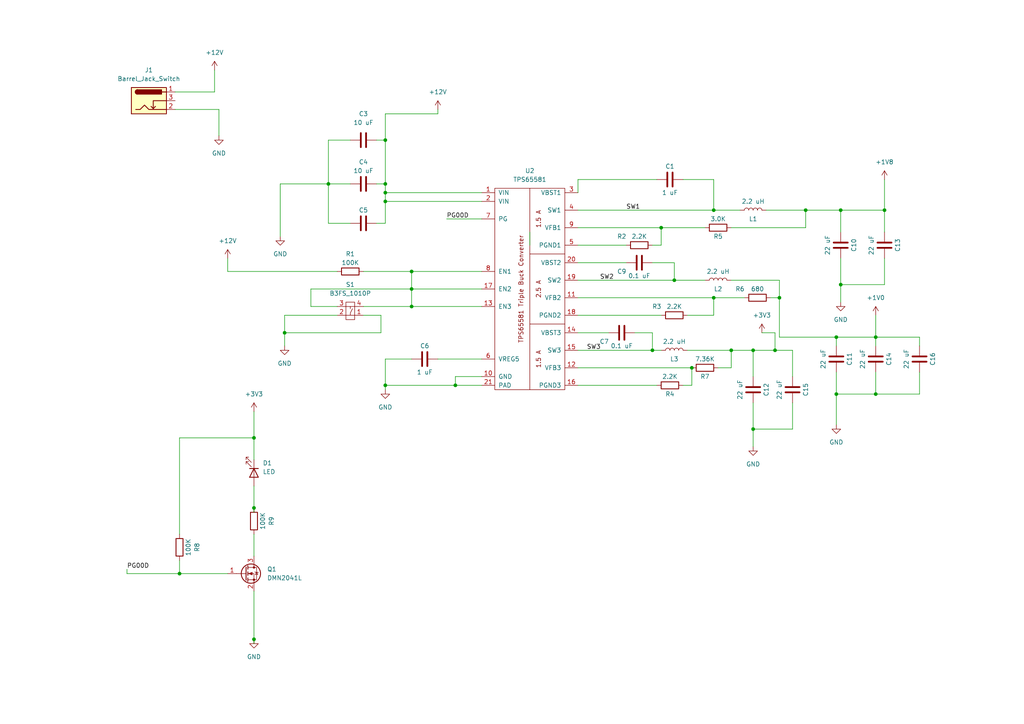
<source format=kicad_sch>
(kicad_sch (version 20230121) (generator eeschema)

  (uuid f1c5fff6-0466-447c-a03e-57e4d7c375b7)

  (paper "A4")

  (lib_symbols
    (symbol "Connector:Barrel_Jack_Switch" (pin_names hide) (in_bom yes) (on_board yes)
      (property "Reference" "J" (at 0 5.334 0)
        (effects (font (size 1.27 1.27)))
      )
      (property "Value" "Barrel_Jack_Switch" (at 0 -5.08 0)
        (effects (font (size 1.27 1.27)))
      )
      (property "Footprint" "" (at 1.27 -1.016 0)
        (effects (font (size 1.27 1.27)) hide)
      )
      (property "Datasheet" "~" (at 1.27 -1.016 0)
        (effects (font (size 1.27 1.27)) hide)
      )
      (property "ki_keywords" "DC power barrel jack connector" (at 0 0 0)
        (effects (font (size 1.27 1.27)) hide)
      )
      (property "ki_description" "DC Barrel Jack with an internal switch" (at 0 0 0)
        (effects (font (size 1.27 1.27)) hide)
      )
      (property "ki_fp_filters" "BarrelJack*" (at 0 0 0)
        (effects (font (size 1.27 1.27)) hide)
      )
      (symbol "Barrel_Jack_Switch_0_1"
        (rectangle (start -5.08 3.81) (end 5.08 -3.81)
          (stroke (width 0.254) (type default))
          (fill (type background))
        )
        (arc (start -3.302 3.175) (mid -3.9343 2.54) (end -3.302 1.905)
          (stroke (width 0.254) (type default))
          (fill (type none))
        )
        (arc (start -3.302 3.175) (mid -3.9343 2.54) (end -3.302 1.905)
          (stroke (width 0.254) (type default))
          (fill (type outline))
        )
        (polyline
          (pts
            (xy 1.27 -2.286)
            (xy 1.905 -1.651)
          )
          (stroke (width 0.254) (type default))
          (fill (type none))
        )
        (polyline
          (pts
            (xy 5.08 2.54)
            (xy 3.81 2.54)
          )
          (stroke (width 0.254) (type default))
          (fill (type none))
        )
        (polyline
          (pts
            (xy 5.08 0)
            (xy 1.27 0)
            (xy 1.27 -2.286)
            (xy 0.635 -1.651)
          )
          (stroke (width 0.254) (type default))
          (fill (type none))
        )
        (polyline
          (pts
            (xy -3.81 -2.54)
            (xy -2.54 -2.54)
            (xy -1.27 -1.27)
            (xy 0 -2.54)
            (xy 2.54 -2.54)
            (xy 5.08 -2.54)
          )
          (stroke (width 0.254) (type default))
          (fill (type none))
        )
        (rectangle (start 3.683 3.175) (end -3.302 1.905)
          (stroke (width 0.254) (type default))
          (fill (type outline))
        )
      )
      (symbol "Barrel_Jack_Switch_1_1"
        (pin passive line (at 7.62 2.54 180) (length 2.54)
          (name "~" (effects (font (size 1.27 1.27))))
          (number "1" (effects (font (size 1.27 1.27))))
        )
        (pin passive line (at 7.62 -2.54 180) (length 2.54)
          (name "~" (effects (font (size 1.27 1.27))))
          (number "2" (effects (font (size 1.27 1.27))))
        )
        (pin passive line (at 7.62 0 180) (length 2.54)
          (name "~" (effects (font (size 1.27 1.27))))
          (number "3" (effects (font (size 1.27 1.27))))
        )
      )
    )
    (symbol "Device:C" (pin_numbers hide) (pin_names (offset 0.254)) (in_bom yes) (on_board yes)
      (property "Reference" "C" (at 0.635 2.54 0)
        (effects (font (size 1.27 1.27)) (justify left))
      )
      (property "Value" "C" (at 0.635 -2.54 0)
        (effects (font (size 1.27 1.27)) (justify left))
      )
      (property "Footprint" "" (at 0.9652 -3.81 0)
        (effects (font (size 1.27 1.27)) hide)
      )
      (property "Datasheet" "~" (at 0 0 0)
        (effects (font (size 1.27 1.27)) hide)
      )
      (property "ki_keywords" "cap capacitor" (at 0 0 0)
        (effects (font (size 1.27 1.27)) hide)
      )
      (property "ki_description" "Unpolarized capacitor" (at 0 0 0)
        (effects (font (size 1.27 1.27)) hide)
      )
      (property "ki_fp_filters" "C_*" (at 0 0 0)
        (effects (font (size 1.27 1.27)) hide)
      )
      (symbol "C_0_1"
        (polyline
          (pts
            (xy -2.032 -0.762)
            (xy 2.032 -0.762)
          )
          (stroke (width 0.508) (type default))
          (fill (type none))
        )
        (polyline
          (pts
            (xy -2.032 0.762)
            (xy 2.032 0.762)
          )
          (stroke (width 0.508) (type default))
          (fill (type none))
        )
      )
      (symbol "C_1_1"
        (pin passive line (at 0 3.81 270) (length 2.794)
          (name "~" (effects (font (size 1.27 1.27))))
          (number "1" (effects (font (size 1.27 1.27))))
        )
        (pin passive line (at 0 -3.81 90) (length 2.794)
          (name "~" (effects (font (size 1.27 1.27))))
          (number "2" (effects (font (size 1.27 1.27))))
        )
      )
    )
    (symbol "Device:L" (pin_numbers hide) (pin_names (offset 1.016) hide) (in_bom yes) (on_board yes)
      (property "Reference" "L" (at -1.27 0 90)
        (effects (font (size 1.27 1.27)))
      )
      (property "Value" "L" (at 1.905 0 90)
        (effects (font (size 1.27 1.27)))
      )
      (property "Footprint" "" (at 0 0 0)
        (effects (font (size 1.27 1.27)) hide)
      )
      (property "Datasheet" "~" (at 0 0 0)
        (effects (font (size 1.27 1.27)) hide)
      )
      (property "ki_keywords" "inductor choke coil reactor magnetic" (at 0 0 0)
        (effects (font (size 1.27 1.27)) hide)
      )
      (property "ki_description" "Inductor" (at 0 0 0)
        (effects (font (size 1.27 1.27)) hide)
      )
      (property "ki_fp_filters" "Choke_* *Coil* Inductor_* L_*" (at 0 0 0)
        (effects (font (size 1.27 1.27)) hide)
      )
      (symbol "L_0_1"
        (arc (start 0 -2.54) (mid 0.6323 -1.905) (end 0 -1.27)
          (stroke (width 0) (type default))
          (fill (type none))
        )
        (arc (start 0 -1.27) (mid 0.6323 -0.635) (end 0 0)
          (stroke (width 0) (type default))
          (fill (type none))
        )
        (arc (start 0 0) (mid 0.6323 0.635) (end 0 1.27)
          (stroke (width 0) (type default))
          (fill (type none))
        )
        (arc (start 0 1.27) (mid 0.6323 1.905) (end 0 2.54)
          (stroke (width 0) (type default))
          (fill (type none))
        )
      )
      (symbol "L_1_1"
        (pin passive line (at 0 3.81 270) (length 1.27)
          (name "1" (effects (font (size 1.27 1.27))))
          (number "1" (effects (font (size 1.27 1.27))))
        )
        (pin passive line (at 0 -3.81 90) (length 1.27)
          (name "2" (effects (font (size 1.27 1.27))))
          (number "2" (effects (font (size 1.27 1.27))))
        )
      )
    )
    (symbol "Device:LED" (pin_numbers hide) (pin_names (offset 1.016) hide) (in_bom yes) (on_board yes)
      (property "Reference" "D" (at 0 2.54 0)
        (effects (font (size 1.27 1.27)))
      )
      (property "Value" "LED" (at 0 -2.54 0)
        (effects (font (size 1.27 1.27)))
      )
      (property "Footprint" "" (at 0 0 0)
        (effects (font (size 1.27 1.27)) hide)
      )
      (property "Datasheet" "~" (at 0 0 0)
        (effects (font (size 1.27 1.27)) hide)
      )
      (property "ki_keywords" "LED diode" (at 0 0 0)
        (effects (font (size 1.27 1.27)) hide)
      )
      (property "ki_description" "Light emitting diode" (at 0 0 0)
        (effects (font (size 1.27 1.27)) hide)
      )
      (property "ki_fp_filters" "LED* LED_SMD:* LED_THT:*" (at 0 0 0)
        (effects (font (size 1.27 1.27)) hide)
      )
      (symbol "LED_0_1"
        (polyline
          (pts
            (xy -1.27 -1.27)
            (xy -1.27 1.27)
          )
          (stroke (width 0.254) (type default))
          (fill (type none))
        )
        (polyline
          (pts
            (xy -1.27 0)
            (xy 1.27 0)
          )
          (stroke (width 0) (type default))
          (fill (type none))
        )
        (polyline
          (pts
            (xy 1.27 -1.27)
            (xy 1.27 1.27)
            (xy -1.27 0)
            (xy 1.27 -1.27)
          )
          (stroke (width 0.254) (type default))
          (fill (type none))
        )
        (polyline
          (pts
            (xy -3.048 -0.762)
            (xy -4.572 -2.286)
            (xy -3.81 -2.286)
            (xy -4.572 -2.286)
            (xy -4.572 -1.524)
          )
          (stroke (width 0) (type default))
          (fill (type none))
        )
        (polyline
          (pts
            (xy -1.778 -0.762)
            (xy -3.302 -2.286)
            (xy -2.54 -2.286)
            (xy -3.302 -2.286)
            (xy -3.302 -1.524)
          )
          (stroke (width 0) (type default))
          (fill (type none))
        )
      )
      (symbol "LED_1_1"
        (pin passive line (at -3.81 0 0) (length 2.54)
          (name "K" (effects (font (size 1.27 1.27))))
          (number "1" (effects (font (size 1.27 1.27))))
        )
        (pin passive line (at 3.81 0 180) (length 2.54)
          (name "A" (effects (font (size 1.27 1.27))))
          (number "2" (effects (font (size 1.27 1.27))))
        )
      )
    )
    (symbol "Device:R" (pin_numbers hide) (pin_names (offset 0)) (in_bom yes) (on_board yes)
      (property "Reference" "R" (at 2.032 0 90)
        (effects (font (size 1.27 1.27)))
      )
      (property "Value" "R" (at 0 0 90)
        (effects (font (size 1.27 1.27)))
      )
      (property "Footprint" "" (at -1.778 0 90)
        (effects (font (size 1.27 1.27)) hide)
      )
      (property "Datasheet" "~" (at 0 0 0)
        (effects (font (size 1.27 1.27)) hide)
      )
      (property "ki_keywords" "R res resistor" (at 0 0 0)
        (effects (font (size 1.27 1.27)) hide)
      )
      (property "ki_description" "Resistor" (at 0 0 0)
        (effects (font (size 1.27 1.27)) hide)
      )
      (property "ki_fp_filters" "R_*" (at 0 0 0)
        (effects (font (size 1.27 1.27)) hide)
      )
      (symbol "R_0_1"
        (rectangle (start -1.016 -2.54) (end 1.016 2.54)
          (stroke (width 0.254) (type default))
          (fill (type none))
        )
      )
      (symbol "R_1_1"
        (pin passive line (at 0 3.81 270) (length 1.27)
          (name "~" (effects (font (size 1.27 1.27))))
          (number "1" (effects (font (size 1.27 1.27))))
        )
        (pin passive line (at 0 -3.81 90) (length 1.27)
          (name "~" (effects (font (size 1.27 1.27))))
          (number "2" (effects (font (size 1.27 1.27))))
        )
      )
    )
    (symbol "FPGA_project_partsalarm:B3FS_1010P" (pin_names (offset 1.016) hide) (in_bom yes) (on_board yes)
      (property "Reference" "S" (at 0 3.81 0)
        (effects (font (size 1.27 1.27)))
      )
      (property "Value" "B3FS_1010P" (at 0 -3.81 0)
        (effects (font (size 1.27 1.27)))
      )
      (property "Footprint" "my_parts:B3FS_1010P" (at 0 0 0)
        (effects (font (size 1.27 1.27)) hide)
      )
      (property "Datasheet" "" (at 0 0 0)
        (effects (font (size 1.27 1.27)) hide)
      )
      (symbol "B3FS_1010P_0_1"
        (rectangle (start -1.27 2.54) (end 1.27 -2.54)
          (stroke (width 0) (type solid))
          (fill (type none))
        )
        (polyline
          (pts
            (xy -1.27 -1.27)
            (xy 1.27 -1.27)
          )
          (stroke (width 0) (type solid))
          (fill (type none))
        )
        (polyline
          (pts
            (xy -1.27 1.27)
            (xy 1.27 1.27)
          )
          (stroke (width 0) (type solid))
          (fill (type none))
        )
        (polyline
          (pts
            (xy 0 1.27)
            (xy 0 0.635)
          )
          (stroke (width 0) (type solid))
          (fill (type none))
        )
        (polyline
          (pts
            (xy 0 -1.27)
            (xy 0 -0.635)
            (xy 0.635 0.635)
          )
          (stroke (width 0) (type solid))
          (fill (type none))
        )
      )
      (symbol "B3FS_1010P_1_1"
        (pin input line (at 3.81 -1.27 180) (length 2.54)
          (name "1" (effects (font (size 1.27 1.27))))
          (number "1" (effects (font (size 1.27 1.27))))
        )
        (pin input line (at -3.81 -1.27 0) (length 2.54)
          (name "2" (effects (font (size 1.27 1.27))))
          (number "2" (effects (font (size 1.27 1.27))))
        )
        (pin input line (at -3.81 1.27 0) (length 2.54)
          (name "3" (effects (font (size 1.27 1.27))))
          (number "3" (effects (font (size 1.27 1.27))))
        )
        (pin input line (at 3.81 1.27 180) (length 2.54)
          (name "4" (effects (font (size 1.27 1.27))))
          (number "4" (effects (font (size 1.27 1.27))))
        )
      )
    )
    (symbol "FPGA_project_partsalarm:TPS65581" (pin_names (offset 1.016)) (in_bom yes) (on_board yes)
      (property "Reference" "U" (at 0 30.48 0)
        (effects (font (size 1.27 1.27)))
      )
      (property "Value" "TPS65581" (at 0 -30.48 0)
        (effects (font (size 1.27 1.27)))
      )
      (property "Footprint" "Package_SO:HTSSOP-20-1EP_4.4x6.5mm_P0.65mm_EP3.4x6.5mm_Mask2.75x3.43mm_ThermalVias" (at 0 0 0)
        (effects (font (size 1.27 1.27)) hide)
      )
      (property "Datasheet" "" (at 0 0 0)
        (effects (font (size 1.27 1.27)) hide)
      )
      (symbol "TPS65581_0_0"
        (polyline
          (pts
            (xy 10.16 -10.16)
            (xy 0 -10.16)
          )
          (stroke (width 0) (type solid))
          (fill (type none))
        )
        (polyline
          (pts
            (xy 10.16 10.16)
            (xy 0 10.16)
          )
          (stroke (width 0) (type solid))
          (fill (type none))
        )
        (text "1.5 A" (at 2.54 -20.32 900)
          (effects (font (size 1.27 1.27)))
        )
        (text "1.5 A" (at 2.54 20.32 900)
          (effects (font (size 1.27 1.27)))
        )
        (text "2.5 A" (at 2.54 0 900)
          (effects (font (size 1.27 1.27)))
        )
        (text "TPS65581 Triple Buck Converter" (at -2.54 0 900)
          (effects (font (size 1.27 1.27)))
        )
      )
      (symbol "TPS65581_0_1"
        (rectangle (start -10.16 29.21) (end 10.16 -29.21)
          (stroke (width 0) (type solid))
          (fill (type none))
        )
        (polyline
          (pts
            (xy 0 29.21)
            (xy 0 -29.21)
          )
          (stroke (width 0) (type solid))
          (fill (type none))
        )
      )
      (symbol "TPS65581_1_1"
        (pin power_in line (at -13.97 27.94 0) (length 3.81)
          (name "VIN" (effects (font (size 1.27 1.27))))
          (number "1" (effects (font (size 1.27 1.27))))
        )
        (pin power_in line (at -13.97 -25.4 0) (length 3.81)
          (name "GND" (effects (font (size 1.27 1.27))))
          (number "10" (effects (font (size 1.27 1.27))))
        )
        (pin power_out line (at 13.97 -2.54 180) (length 3.81)
          (name "VFB2" (effects (font (size 1.27 1.27))))
          (number "11" (effects (font (size 1.27 1.27))))
        )
        (pin power_out line (at 13.97 -22.86 180) (length 3.81)
          (name "VFB3" (effects (font (size 1.27 1.27))))
          (number "12" (effects (font (size 1.27 1.27))))
        )
        (pin input line (at -13.97 -5.08 0) (length 3.81)
          (name "EN3" (effects (font (size 1.27 1.27))))
          (number "13" (effects (font (size 1.27 1.27))))
        )
        (pin power_out line (at 13.97 -12.7 180) (length 3.81)
          (name "VBST3" (effects (font (size 1.27 1.27))))
          (number "14" (effects (font (size 1.27 1.27))))
        )
        (pin power_out line (at 13.97 -17.78 180) (length 3.81)
          (name "SW3" (effects (font (size 1.27 1.27))))
          (number "15" (effects (font (size 1.27 1.27))))
        )
        (pin power_in line (at 13.97 -27.94 180) (length 3.81)
          (name "PGND3" (effects (font (size 1.27 1.27))))
          (number "16" (effects (font (size 1.27 1.27))))
        )
        (pin input line (at -13.97 0 0) (length 3.81)
          (name "EN2" (effects (font (size 1.27 1.27))))
          (number "17" (effects (font (size 1.27 1.27))))
        )
        (pin power_in line (at 13.97 -7.62 180) (length 3.81)
          (name "PGND2" (effects (font (size 1.27 1.27))))
          (number "18" (effects (font (size 1.27 1.27))))
        )
        (pin power_out line (at 13.97 2.54 180) (length 3.81)
          (name "SW2" (effects (font (size 1.27 1.27))))
          (number "19" (effects (font (size 1.27 1.27))))
        )
        (pin power_in line (at -13.97 25.4 0) (length 3.81)
          (name "VIN" (effects (font (size 1.27 1.27))))
          (number "2" (effects (font (size 1.27 1.27))))
        )
        (pin power_out line (at 13.97 7.62 180) (length 3.81)
          (name "VBST2" (effects (font (size 1.27 1.27))))
          (number "20" (effects (font (size 1.27 1.27))))
        )
        (pin power_in line (at -13.97 -27.94 0) (length 3.81)
          (name "PAD" (effects (font (size 1.27 1.27))))
          (number "21" (effects (font (size 1.27 1.27))))
        )
        (pin power_out line (at 13.97 27.94 180) (length 3.81)
          (name "VBST1" (effects (font (size 1.27 1.27))))
          (number "3" (effects (font (size 1.27 1.27))))
        )
        (pin power_out line (at 13.97 22.86 180) (length 3.81)
          (name "SW1" (effects (font (size 1.27 1.27))))
          (number "4" (effects (font (size 1.27 1.27))))
        )
        (pin power_in line (at 13.97 12.7 180) (length 3.81)
          (name "PGND1" (effects (font (size 1.27 1.27))))
          (number "5" (effects (font (size 1.27 1.27))))
        )
        (pin power_out line (at -13.97 -20.32 0) (length 3.81)
          (name "VREG5" (effects (font (size 1.27 1.27))))
          (number "6" (effects (font (size 1.27 1.27))))
        )
        (pin open_collector line (at -13.97 20.32 0) (length 3.81)
          (name "PG" (effects (font (size 1.27 1.27))))
          (number "7" (effects (font (size 1.27 1.27))))
        )
        (pin input line (at -13.97 5.08 0) (length 3.81)
          (name "EN1" (effects (font (size 1.27 1.27))))
          (number "8" (effects (font (size 1.27 1.27))))
        )
        (pin power_out line (at 13.97 17.78 180) (length 3.81)
          (name "VFB1" (effects (font (size 1.27 1.27))))
          (number "9" (effects (font (size 1.27 1.27))))
        )
      )
    )
    (symbol "Transistor_FET:DMN2041L" (pin_names hide) (in_bom yes) (on_board yes)
      (property "Reference" "Q" (at 5.08 1.905 0)
        (effects (font (size 1.27 1.27)) (justify left))
      )
      (property "Value" "DMN2041L" (at 5.08 0 0)
        (effects (font (size 1.27 1.27)) (justify left))
      )
      (property "Footprint" "Package_TO_SOT_SMD:SOT-23" (at 5.08 -1.905 0)
        (effects (font (size 1.27 1.27) italic) (justify left) hide)
      )
      (property "Datasheet" "https://www.diodes.com/assets/Datasheets/products_inactive_data/DMN2041L.pdf" (at 0 0 0)
        (effects (font (size 1.27 1.27)) (justify left) hide)
      )
      (property "ki_keywords" "N-Channel MOSFET" (at 0 0 0)
        (effects (font (size 1.27 1.27)) hide)
      )
      (property "ki_description" "6.4A Id, 20V Vds, N-Channel MOSFET, SOT-23" (at 0 0 0)
        (effects (font (size 1.27 1.27)) hide)
      )
      (property "ki_fp_filters" "SOT?23*" (at 0 0 0)
        (effects (font (size 1.27 1.27)) hide)
      )
      (symbol "DMN2041L_0_1"
        (polyline
          (pts
            (xy 0.254 0)
            (xy -2.54 0)
          )
          (stroke (width 0) (type default))
          (fill (type none))
        )
        (polyline
          (pts
            (xy 0.254 1.905)
            (xy 0.254 -1.905)
          )
          (stroke (width 0.254) (type default))
          (fill (type none))
        )
        (polyline
          (pts
            (xy 0.762 -1.27)
            (xy 0.762 -2.286)
          )
          (stroke (width 0.254) (type default))
          (fill (type none))
        )
        (polyline
          (pts
            (xy 0.762 0.508)
            (xy 0.762 -0.508)
          )
          (stroke (width 0.254) (type default))
          (fill (type none))
        )
        (polyline
          (pts
            (xy 0.762 2.286)
            (xy 0.762 1.27)
          )
          (stroke (width 0.254) (type default))
          (fill (type none))
        )
        (polyline
          (pts
            (xy 2.54 2.54)
            (xy 2.54 1.778)
          )
          (stroke (width 0) (type default))
          (fill (type none))
        )
        (polyline
          (pts
            (xy 2.54 -2.54)
            (xy 2.54 0)
            (xy 0.762 0)
          )
          (stroke (width 0) (type default))
          (fill (type none))
        )
        (polyline
          (pts
            (xy 0.762 -1.778)
            (xy 3.302 -1.778)
            (xy 3.302 1.778)
            (xy 0.762 1.778)
          )
          (stroke (width 0) (type default))
          (fill (type none))
        )
        (polyline
          (pts
            (xy 1.016 0)
            (xy 2.032 0.381)
            (xy 2.032 -0.381)
            (xy 1.016 0)
          )
          (stroke (width 0) (type default))
          (fill (type outline))
        )
        (polyline
          (pts
            (xy 2.794 0.508)
            (xy 2.921 0.381)
            (xy 3.683 0.381)
            (xy 3.81 0.254)
          )
          (stroke (width 0) (type default))
          (fill (type none))
        )
        (polyline
          (pts
            (xy 3.302 0.381)
            (xy 2.921 -0.254)
            (xy 3.683 -0.254)
            (xy 3.302 0.381)
          )
          (stroke (width 0) (type default))
          (fill (type none))
        )
        (circle (center 1.651 0) (radius 2.794)
          (stroke (width 0.254) (type default))
          (fill (type none))
        )
        (circle (center 2.54 -1.778) (radius 0.254)
          (stroke (width 0) (type default))
          (fill (type outline))
        )
        (circle (center 2.54 1.778) (radius 0.254)
          (stroke (width 0) (type default))
          (fill (type outline))
        )
      )
      (symbol "DMN2041L_1_1"
        (pin input line (at -5.08 0 0) (length 2.54)
          (name "G" (effects (font (size 1.27 1.27))))
          (number "1" (effects (font (size 1.27 1.27))))
        )
        (pin passive line (at 2.54 -5.08 90) (length 2.54)
          (name "S" (effects (font (size 1.27 1.27))))
          (number "2" (effects (font (size 1.27 1.27))))
        )
        (pin passive line (at 2.54 5.08 270) (length 2.54)
          (name "D" (effects (font (size 1.27 1.27))))
          (number "3" (effects (font (size 1.27 1.27))))
        )
      )
    )
    (symbol "power:+12V" (power) (pin_names (offset 0)) (in_bom yes) (on_board yes)
      (property "Reference" "#PWR" (at 0 -3.81 0)
        (effects (font (size 1.27 1.27)) hide)
      )
      (property "Value" "+12V" (at 0 3.556 0)
        (effects (font (size 1.27 1.27)))
      )
      (property "Footprint" "" (at 0 0 0)
        (effects (font (size 1.27 1.27)) hide)
      )
      (property "Datasheet" "" (at 0 0 0)
        (effects (font (size 1.27 1.27)) hide)
      )
      (property "ki_keywords" "global power" (at 0 0 0)
        (effects (font (size 1.27 1.27)) hide)
      )
      (property "ki_description" "Power symbol creates a global label with name \"+12V\"" (at 0 0 0)
        (effects (font (size 1.27 1.27)) hide)
      )
      (symbol "+12V_0_1"
        (polyline
          (pts
            (xy -0.762 1.27)
            (xy 0 2.54)
          )
          (stroke (width 0) (type default))
          (fill (type none))
        )
        (polyline
          (pts
            (xy 0 0)
            (xy 0 2.54)
          )
          (stroke (width 0) (type default))
          (fill (type none))
        )
        (polyline
          (pts
            (xy 0 2.54)
            (xy 0.762 1.27)
          )
          (stroke (width 0) (type default))
          (fill (type none))
        )
      )
      (symbol "+12V_1_1"
        (pin power_in line (at 0 0 90) (length 0) hide
          (name "+12V" (effects (font (size 1.27 1.27))))
          (number "1" (effects (font (size 1.27 1.27))))
        )
      )
    )
    (symbol "power:+1V0" (power) (pin_names (offset 0)) (in_bom yes) (on_board yes)
      (property "Reference" "#PWR" (at 0 -3.81 0)
        (effects (font (size 1.27 1.27)) hide)
      )
      (property "Value" "+1V0" (at 0 3.556 0)
        (effects (font (size 1.27 1.27)))
      )
      (property "Footprint" "" (at 0 0 0)
        (effects (font (size 1.27 1.27)) hide)
      )
      (property "Datasheet" "" (at 0 0 0)
        (effects (font (size 1.27 1.27)) hide)
      )
      (property "ki_keywords" "global power" (at 0 0 0)
        (effects (font (size 1.27 1.27)) hide)
      )
      (property "ki_description" "Power symbol creates a global label with name \"+1V0\"" (at 0 0 0)
        (effects (font (size 1.27 1.27)) hide)
      )
      (symbol "+1V0_0_1"
        (polyline
          (pts
            (xy -0.762 1.27)
            (xy 0 2.54)
          )
          (stroke (width 0) (type default))
          (fill (type none))
        )
        (polyline
          (pts
            (xy 0 0)
            (xy 0 2.54)
          )
          (stroke (width 0) (type default))
          (fill (type none))
        )
        (polyline
          (pts
            (xy 0 2.54)
            (xy 0.762 1.27)
          )
          (stroke (width 0) (type default))
          (fill (type none))
        )
      )
      (symbol "+1V0_1_1"
        (pin power_in line (at 0 0 90) (length 0) hide
          (name "+1V0" (effects (font (size 1.27 1.27))))
          (number "1" (effects (font (size 1.27 1.27))))
        )
      )
    )
    (symbol "power:+1V8" (power) (pin_names (offset 0)) (in_bom yes) (on_board yes)
      (property "Reference" "#PWR" (at 0 -3.81 0)
        (effects (font (size 1.27 1.27)) hide)
      )
      (property "Value" "+1V8" (at 0 3.556 0)
        (effects (font (size 1.27 1.27)))
      )
      (property "Footprint" "" (at 0 0 0)
        (effects (font (size 1.27 1.27)) hide)
      )
      (property "Datasheet" "" (at 0 0 0)
        (effects (font (size 1.27 1.27)) hide)
      )
      (property "ki_keywords" "global power" (at 0 0 0)
        (effects (font (size 1.27 1.27)) hide)
      )
      (property "ki_description" "Power symbol creates a global label with name \"+1V8\"" (at 0 0 0)
        (effects (font (size 1.27 1.27)) hide)
      )
      (symbol "+1V8_0_1"
        (polyline
          (pts
            (xy -0.762 1.27)
            (xy 0 2.54)
          )
          (stroke (width 0) (type default))
          (fill (type none))
        )
        (polyline
          (pts
            (xy 0 0)
            (xy 0 2.54)
          )
          (stroke (width 0) (type default))
          (fill (type none))
        )
        (polyline
          (pts
            (xy 0 2.54)
            (xy 0.762 1.27)
          )
          (stroke (width 0) (type default))
          (fill (type none))
        )
      )
      (symbol "+1V8_1_1"
        (pin power_in line (at 0 0 90) (length 0) hide
          (name "+1V8" (effects (font (size 1.27 1.27))))
          (number "1" (effects (font (size 1.27 1.27))))
        )
      )
    )
    (symbol "power:+3V3" (power) (pin_names (offset 0)) (in_bom yes) (on_board yes)
      (property "Reference" "#PWR" (at 0 -3.81 0)
        (effects (font (size 1.27 1.27)) hide)
      )
      (property "Value" "+3V3" (at 0 3.556 0)
        (effects (font (size 1.27 1.27)))
      )
      (property "Footprint" "" (at 0 0 0)
        (effects (font (size 1.27 1.27)) hide)
      )
      (property "Datasheet" "" (at 0 0 0)
        (effects (font (size 1.27 1.27)) hide)
      )
      (property "ki_keywords" "global power" (at 0 0 0)
        (effects (font (size 1.27 1.27)) hide)
      )
      (property "ki_description" "Power symbol creates a global label with name \"+3V3\"" (at 0 0 0)
        (effects (font (size 1.27 1.27)) hide)
      )
      (symbol "+3V3_0_1"
        (polyline
          (pts
            (xy -0.762 1.27)
            (xy 0 2.54)
          )
          (stroke (width 0) (type default))
          (fill (type none))
        )
        (polyline
          (pts
            (xy 0 0)
            (xy 0 2.54)
          )
          (stroke (width 0) (type default))
          (fill (type none))
        )
        (polyline
          (pts
            (xy 0 2.54)
            (xy 0.762 1.27)
          )
          (stroke (width 0) (type default))
          (fill (type none))
        )
      )
      (symbol "+3V3_1_1"
        (pin power_in line (at 0 0 90) (length 0) hide
          (name "+3V3" (effects (font (size 1.27 1.27))))
          (number "1" (effects (font (size 1.27 1.27))))
        )
      )
    )
    (symbol "power:GND" (power) (pin_names (offset 0)) (in_bom yes) (on_board yes)
      (property "Reference" "#PWR" (at 0 -6.35 0)
        (effects (font (size 1.27 1.27)) hide)
      )
      (property "Value" "GND" (at 0 -3.81 0)
        (effects (font (size 1.27 1.27)))
      )
      (property "Footprint" "" (at 0 0 0)
        (effects (font (size 1.27 1.27)) hide)
      )
      (property "Datasheet" "" (at 0 0 0)
        (effects (font (size 1.27 1.27)) hide)
      )
      (property "ki_keywords" "global power" (at 0 0 0)
        (effects (font (size 1.27 1.27)) hide)
      )
      (property "ki_description" "Power symbol creates a global label with name \"GND\" , ground" (at 0 0 0)
        (effects (font (size 1.27 1.27)) hide)
      )
      (symbol "GND_0_1"
        (polyline
          (pts
            (xy 0 0)
            (xy 0 -1.27)
            (xy 1.27 -1.27)
            (xy 0 -2.54)
            (xy -1.27 -1.27)
            (xy 0 -1.27)
          )
          (stroke (width 0) (type default))
          (fill (type none))
        )
      )
      (symbol "GND_1_1"
        (pin power_in line (at 0 0 270) (length 0) hide
          (name "GND" (effects (font (size 1.27 1.27))))
          (number "1" (effects (font (size 1.27 1.27))))
        )
      )
    )
  )

  (junction (at 218.44 124.46) (diameter 0) (color 0 0 0 0)
    (uuid 0b9f9b61-a0ca-4a22-9f94-72b20e6871fd)
  )
  (junction (at 111.76 55.88) (diameter 0) (color 0 0 0 0)
    (uuid 0c2f9cc7-7f18-44e5-ab09-ac1ac986dc7f)
  )
  (junction (at 207.01 86.36) (diameter 0) (color 0 0 0 0)
    (uuid 1c092aac-3d19-4cca-9a46-34cd45e788ac)
  )
  (junction (at 111.76 40.64) (diameter 0) (color 0 0 0 0)
    (uuid 1fc24ad9-e9b8-41b8-9511-3c20822258b0)
  )
  (junction (at 111.76 111.76) (diameter 0) (color 0 0 0 0)
    (uuid 20f9015e-5a47-40ea-858f-96e27e02aa45)
  )
  (junction (at 73.66 185.42) (diameter 0) (color 0 0 0 0)
    (uuid 25fb447f-cf80-4c47-a0e7-6da4424e8584)
  )
  (junction (at 119.38 78.74) (diameter 0) (color 0 0 0 0)
    (uuid 2d16c4ad-41ea-489b-9026-8cccd6e5efaa)
  )
  (junction (at 73.66 127) (diameter 0) (color 0 0 0 0)
    (uuid 2ecbd155-e4ba-4e6b-a22d-384c0bfd941f)
  )
  (junction (at 119.38 83.82) (diameter 0) (color 0 0 0 0)
    (uuid 422b7643-cd76-4e58-a1f6-d19d6e176900)
  )
  (junction (at 207.01 60.96) (diameter 0) (color 0 0 0 0)
    (uuid 4387852a-2471-490a-b46c-56f773a3966b)
  )
  (junction (at 226.06 86.36) (diameter 0) (color 0 0 0 0)
    (uuid 561d45b4-1527-4363-928c-ed5cc1d0b0e5)
  )
  (junction (at 132.08 111.76) (diameter 0) (color 0 0 0 0)
    (uuid 6c90a500-b05d-492b-851a-10d2f45eb55d)
  )
  (junction (at 111.76 58.42) (diameter 0) (color 0 0 0 0)
    (uuid 6e80b17d-e797-490c-9ba4-816063e06b3b)
  )
  (junction (at 243.84 60.96) (diameter 0) (color 0 0 0 0)
    (uuid 7b643959-49d2-4930-aeb4-2326d8653a2f)
  )
  (junction (at 200.66 106.68) (diameter 0) (color 0 0 0 0)
    (uuid 802285cd-363c-493d-b3d1-b448b85f83f8)
  )
  (junction (at 256.54 60.96) (diameter 0) (color 0 0 0 0)
    (uuid 814475a2-8adb-44a6-8712-9540d8b0fe8f)
  )
  (junction (at 111.76 53.34) (diameter 0) (color 0 0 0 0)
    (uuid 8542a657-f802-46d0-81df-9eee78e94ce4)
  )
  (junction (at 242.57 114.3) (diameter 0) (color 0 0 0 0)
    (uuid 898f4334-50c7-4988-a9bc-03c555b4890a)
  )
  (junction (at 242.57 97.79) (diameter 0) (color 0 0 0 0)
    (uuid 8faa084c-d0fd-4650-a3d5-986040a38350)
  )
  (junction (at 189.23 101.6) (diameter 0) (color 0 0 0 0)
    (uuid 9092d3ac-7bd7-47ea-953b-3512176cdd90)
  )
  (junction (at 119.38 88.9) (diameter 0) (color 0 0 0 0)
    (uuid ab95843b-3893-4262-beff-86f0fdf29ec3)
  )
  (junction (at 254 114.3) (diameter 0) (color 0 0 0 0)
    (uuid ac3034dc-a013-4398-9b14-db6495744835)
  )
  (junction (at 52.07 166.37) (diameter 0) (color 0 0 0 0)
    (uuid be625f36-a869-42f9-a3ba-1f00392bb6ee)
  )
  (junction (at 191.77 66.04) (diameter 0) (color 0 0 0 0)
    (uuid caa5b121-e62d-4dbe-b5f5-78b05d0950ef)
  )
  (junction (at 212.09 101.6) (diameter 0) (color 0 0 0 0)
    (uuid cde9e9aa-bde5-43a2-8d1a-2cffb0dbc9a5)
  )
  (junction (at 95.25 53.34) (diameter 0) (color 0 0 0 0)
    (uuid d03890f2-1e30-4347-a3c6-5e37bd65c846)
  )
  (junction (at 254 97.79) (diameter 0) (color 0 0 0 0)
    (uuid d0d19743-be2a-4801-a411-43a3e1c9a4b6)
  )
  (junction (at 218.44 101.6) (diameter 0) (color 0 0 0 0)
    (uuid e95ca037-a2a5-4b8b-956b-02eacddd2e10)
  )
  (junction (at 224.79 101.6) (diameter 0) (color 0 0 0 0)
    (uuid ead1cc52-1f9a-4db2-b5c3-c2dfe98a1f29)
  )
  (junction (at 82.55 96.52) (diameter 0) (color 0 0 0 0)
    (uuid ecfe2605-5c89-427f-a770-ceb39d1ceb6c)
  )
  (junction (at 195.58 81.28) (diameter 0) (color 0 0 0 0)
    (uuid ed5870bc-e9c4-4047-82f5-5e7e70b5bfc9)
  )
  (junction (at 233.68 60.96) (diameter 0) (color 0 0 0 0)
    (uuid f948c465-0ed0-40ec-8228-f4446555c145)
  )
  (junction (at 243.84 82.55) (diameter 0) (color 0 0 0 0)
    (uuid fb638f53-1043-4546-a62e-1384586e1592)
  )
  (junction (at 73.66 147.32) (diameter 0) (color 0 0 0 0)
    (uuid fb6b94c9-8d3b-4ffe-a419-cbed8372a219)
  )

  (wire (pts (xy 226.06 97.79) (xy 226.06 86.36))
    (stroke (width 0) (type default))
    (uuid 00fab67d-48f5-4cc7-8d8a-7ec1e7d5ef3a)
  )
  (wire (pts (xy 73.66 119.38) (xy 73.66 127))
    (stroke (width 0) (type default))
    (uuid 013cc5d1-362c-41f4-9f56-fcb7cf290b77)
  )
  (wire (pts (xy 200.66 106.68) (xy 200.66 111.76))
    (stroke (width 0) (type default))
    (uuid 0203db4b-e0bb-403f-a7b7-20b034cd8dad)
  )
  (wire (pts (xy 97.79 91.44) (xy 82.55 91.44))
    (stroke (width 0) (type default))
    (uuid 0303dfb3-acee-4799-84fa-4558e8d1dad7)
  )
  (wire (pts (xy 50.8 31.75) (xy 63.5 31.75))
    (stroke (width 0) (type default))
    (uuid 0329d70b-53ea-4609-b2dc-614810a745e3)
  )
  (wire (pts (xy 111.76 104.14) (xy 111.76 111.76))
    (stroke (width 0) (type default))
    (uuid 03b74d05-b73f-4311-92aa-eb2e9000b7b0)
  )
  (wire (pts (xy 254 91.44) (xy 254 97.79))
    (stroke (width 0) (type default))
    (uuid 068097e7-4e6b-4075-8ad8-0abcb9b61b74)
  )
  (wire (pts (xy 127 33.02) (xy 127 31.75))
    (stroke (width 0) (type default))
    (uuid 088d4b5a-a3e7-4fc5-a821-cebcbfc6ad70)
  )
  (wire (pts (xy 73.66 154.94) (xy 73.66 161.29))
    (stroke (width 0) (type default))
    (uuid 099e7678-6b61-4400-9512-f573f769fc00)
  )
  (wire (pts (xy 218.44 124.46) (xy 218.44 129.54))
    (stroke (width 0) (type default))
    (uuid 0ba8eeba-96ed-46bb-85cb-6246dd6468ae)
  )
  (wire (pts (xy 111.76 53.34) (xy 111.76 55.88))
    (stroke (width 0) (type default))
    (uuid 0f730531-95f8-44bb-8444-da9a42579639)
  )
  (wire (pts (xy 266.7 114.3) (xy 254 114.3))
    (stroke (width 0) (type default))
    (uuid 1297e96f-8cc2-4e4d-9dc5-4dd9a17126cc)
  )
  (wire (pts (xy 207.01 60.96) (xy 214.63 60.96))
    (stroke (width 0) (type default))
    (uuid 12f3211b-81c6-41c2-adaa-6c093f934e79)
  )
  (wire (pts (xy 229.87 116.84) (xy 229.87 124.46))
    (stroke (width 0) (type default))
    (uuid 13368036-5f2b-4912-8911-7b0c752440bc)
  )
  (wire (pts (xy 254 97.79) (xy 254 100.33))
    (stroke (width 0) (type default))
    (uuid 17188610-c49f-4352-8a5a-c54baf876fea)
  )
  (wire (pts (xy 218.44 116.84) (xy 218.44 124.46))
    (stroke (width 0) (type default))
    (uuid 17e22c2e-67d9-4648-8b2a-a1b2501e5140)
  )
  (wire (pts (xy 254 107.95) (xy 254 114.3))
    (stroke (width 0) (type default))
    (uuid 187c613f-21dc-4477-a50d-c8e03fd9c533)
  )
  (wire (pts (xy 139.7 111.76) (xy 132.08 111.76))
    (stroke (width 0) (type default))
    (uuid 1981fc19-fdad-4cff-9b65-94ddbf7d12d9)
  )
  (wire (pts (xy 212.09 106.68) (xy 208.28 106.68))
    (stroke (width 0) (type default))
    (uuid 1dd39b4f-b127-4624-8a04-b1beddc30d3d)
  )
  (wire (pts (xy 73.66 185.42) (xy 73.66 186.69))
    (stroke (width 0) (type default))
    (uuid 23b372b7-e227-4887-b12a-8f71cd610d33)
  )
  (wire (pts (xy 256.54 60.96) (xy 256.54 67.31))
    (stroke (width 0) (type default))
    (uuid 252e58c6-adcd-49f3-a544-3c17056815c6)
  )
  (wire (pts (xy 167.64 86.36) (xy 207.01 86.36))
    (stroke (width 0) (type default))
    (uuid 26468b23-25b5-47f0-b5d6-35ded6d7e705)
  )
  (wire (pts (xy 110.49 91.44) (xy 110.49 96.52))
    (stroke (width 0) (type default))
    (uuid 2713fe2d-284a-4115-8540-7542a76414ee)
  )
  (wire (pts (xy 119.38 104.14) (xy 111.76 104.14))
    (stroke (width 0) (type default))
    (uuid 2880b8d2-1b96-4b76-b18a-4e657107b6f7)
  )
  (wire (pts (xy 111.76 40.64) (xy 111.76 33.02))
    (stroke (width 0) (type default))
    (uuid 28c04e0f-3b12-40ce-824e-b32907f3e745)
  )
  (wire (pts (xy 73.66 127) (xy 52.07 127))
    (stroke (width 0) (type default))
    (uuid 2c1eca5c-ee9a-4572-8bd7-3fa53f1c3036)
  )
  (wire (pts (xy 90.17 83.82) (xy 90.17 88.9))
    (stroke (width 0) (type default))
    (uuid 2c903386-dde9-4190-8946-4b4d1a430d27)
  )
  (wire (pts (xy 167.64 60.96) (xy 207.01 60.96))
    (stroke (width 0) (type default))
    (uuid 38284f1b-41c5-4f2a-a1d6-af1efc546dce)
  )
  (wire (pts (xy 167.64 101.6) (xy 189.23 101.6))
    (stroke (width 0) (type default))
    (uuid 39708b42-250a-4e89-881b-490581fae795)
  )
  (wire (pts (xy 119.38 78.74) (xy 119.38 83.82))
    (stroke (width 0) (type default))
    (uuid 3ab03ed9-7d33-4d5f-aaa5-9a081b4cafd9)
  )
  (wire (pts (xy 189.23 76.2) (xy 195.58 76.2))
    (stroke (width 0) (type default))
    (uuid 3bcaf6f8-d0eb-4126-b186-ab47519e93a9)
  )
  (wire (pts (xy 198.12 52.07) (xy 207.01 52.07))
    (stroke (width 0) (type default))
    (uuid 3eae6d66-3898-4fe9-bcc8-d3732956f22e)
  )
  (wire (pts (xy 153.67 67.31) (xy 153.67 71.12))
    (stroke (width 0) (type default))
    (uuid 3ecf2145-8ffb-482b-9a89-a5227b57d3cb)
  )
  (wire (pts (xy 95.25 53.34) (xy 101.6 53.34))
    (stroke (width 0) (type default))
    (uuid 40035f92-71ee-4db6-9388-c1afb6465481)
  )
  (wire (pts (xy 233.68 66.04) (xy 212.09 66.04))
    (stroke (width 0) (type default))
    (uuid 43137254-dd94-4580-aa47-6e09617e830b)
  )
  (wire (pts (xy 119.38 88.9) (xy 139.7 88.9))
    (stroke (width 0) (type default))
    (uuid 49fa4102-f844-48f0-9c8d-12c3d8304955)
  )
  (wire (pts (xy 242.57 100.33) (xy 242.57 97.79))
    (stroke (width 0) (type default))
    (uuid 4baefcaa-5646-4053-8e22-0bcd61f44a25)
  )
  (wire (pts (xy 97.79 78.74) (xy 66.04 78.74))
    (stroke (width 0) (type default))
    (uuid 4bb81b89-7a4c-4056-8d4c-05df1086090c)
  )
  (wire (pts (xy 167.64 76.2) (xy 181.61 76.2))
    (stroke (width 0) (type default))
    (uuid 4cb63547-3256-4814-a4e8-454e8ed32805)
  )
  (wire (pts (xy 111.76 33.02) (xy 127 33.02))
    (stroke (width 0) (type default))
    (uuid 4d2d9c8e-71c4-4b4e-9fba-a4258df50ba0)
  )
  (wire (pts (xy 63.5 31.75) (xy 63.5 39.37))
    (stroke (width 0) (type default))
    (uuid 4d85de73-4481-4f9c-9e91-d7e9d2c4c27d)
  )
  (wire (pts (xy 90.17 88.9) (xy 97.79 88.9))
    (stroke (width 0) (type default))
    (uuid 4d9cba24-0577-4b22-8ba1-0a3b68852cca)
  )
  (wire (pts (xy 95.25 64.77) (xy 101.6 64.77))
    (stroke (width 0) (type default))
    (uuid 4e3a39a9-fe80-4123-8161-4347690c497b)
  )
  (wire (pts (xy 132.08 111.76) (xy 111.76 111.76))
    (stroke (width 0) (type default))
    (uuid 50c13b3a-5b51-4df1-b229-4cdaeb7b1774)
  )
  (wire (pts (xy 119.38 83.82) (xy 119.38 88.9))
    (stroke (width 0) (type default))
    (uuid 5160bb58-a496-4f59-b10a-b4e8f787ad0d)
  )
  (wire (pts (xy 233.68 60.96) (xy 243.84 60.96))
    (stroke (width 0) (type default))
    (uuid 53cb09b0-a8a6-4a58-b7d2-a2dc1dcb9b21)
  )
  (wire (pts (xy 95.25 53.34) (xy 95.25 64.77))
    (stroke (width 0) (type default))
    (uuid 54864fe6-4024-414e-a232-c1b24ff3698c)
  )
  (wire (pts (xy 111.76 58.42) (xy 139.7 58.42))
    (stroke (width 0) (type default))
    (uuid 562e6ed8-a6c5-44d1-b785-eb22cd1799da)
  )
  (wire (pts (xy 95.25 53.34) (xy 81.28 53.34))
    (stroke (width 0) (type default))
    (uuid 564488ea-1831-427c-bd52-071984afe343)
  )
  (wire (pts (xy 243.84 60.96) (xy 243.84 67.31))
    (stroke (width 0) (type default))
    (uuid 56a7f6f9-89f6-453c-b091-d16b03020b80)
  )
  (wire (pts (xy 243.84 82.55) (xy 243.84 74.93))
    (stroke (width 0) (type default))
    (uuid 5a82b3cf-91f2-41b8-b3b9-08401a20be95)
  )
  (wire (pts (xy 266.7 107.95) (xy 266.7 114.3))
    (stroke (width 0) (type default))
    (uuid 5d9296f1-de7c-4a57-85a6-4035310a55f6)
  )
  (wire (pts (xy 256.54 74.93) (xy 256.54 82.55))
    (stroke (width 0) (type default))
    (uuid 5eb08548-1bd4-4743-9092-c0589bf0d0cd)
  )
  (wire (pts (xy 129.54 63.5) (xy 139.7 63.5))
    (stroke (width 0) (type default))
    (uuid 5ee46add-3995-4abc-b7ca-7131df1c2c3e)
  )
  (wire (pts (xy 81.28 53.34) (xy 81.28 68.58))
    (stroke (width 0) (type default))
    (uuid 5fed4f6f-a908-4fc7-afdb-24b4ba446ca5)
  )
  (wire (pts (xy 242.57 97.79) (xy 254 97.79))
    (stroke (width 0) (type default))
    (uuid 61c53502-7081-419a-b7f6-02adccd14fe9)
  )
  (wire (pts (xy 191.77 71.12) (xy 191.77 66.04))
    (stroke (width 0) (type default))
    (uuid 6393ab2e-b4f0-4934-83dc-1c25c6785cf8)
  )
  (wire (pts (xy 212.09 101.6) (xy 212.09 106.68))
    (stroke (width 0) (type default))
    (uuid 6405bc2b-db25-4095-af03-53fbd80f560a)
  )
  (wire (pts (xy 52.07 166.37) (xy 52.07 162.56))
    (stroke (width 0) (type default))
    (uuid 644e0a3d-6ce8-4f8d-972a-8e5d41360058)
  )
  (wire (pts (xy 52.07 127) (xy 52.07 154.94))
    (stroke (width 0) (type default))
    (uuid 67479aeb-1927-4e62-9d9b-c9d7d52ce430)
  )
  (wire (pts (xy 189.23 71.12) (xy 191.77 71.12))
    (stroke (width 0) (type default))
    (uuid 68bee0e3-b0c5-4df2-b739-a058f978be8b)
  )
  (wire (pts (xy 109.22 53.34) (xy 111.76 53.34))
    (stroke (width 0) (type default))
    (uuid 6b016258-5e20-42d4-9292-60e8ff5db8ef)
  )
  (wire (pts (xy 242.57 114.3) (xy 242.57 123.19))
    (stroke (width 0) (type default))
    (uuid 6df5eb21-ca34-4409-b9fd-60a253187e06)
  )
  (wire (pts (xy 50.8 26.67) (xy 62.23 26.67))
    (stroke (width 0) (type default))
    (uuid 6edf428b-9272-4b69-b3a3-5ce4174bf001)
  )
  (wire (pts (xy 195.58 76.2) (xy 195.58 81.28))
    (stroke (width 0) (type default))
    (uuid 7036440f-be14-4c49-8b64-22b3e3f749ed)
  )
  (wire (pts (xy 222.25 60.96) (xy 233.68 60.96))
    (stroke (width 0) (type default))
    (uuid 70e16af8-1ceb-4e7b-8596-d65b241ac6e0)
  )
  (wire (pts (xy 36.83 166.37) (xy 52.07 166.37))
    (stroke (width 0) (type default))
    (uuid 72b40442-cef7-4c20-9808-554b33d1c857)
  )
  (wire (pts (xy 207.01 91.44) (xy 207.01 86.36))
    (stroke (width 0) (type default))
    (uuid 75a0ad29-14ae-4d7b-a8d6-d6842240ce6a)
  )
  (wire (pts (xy 195.58 81.28) (xy 204.47 81.28))
    (stroke (width 0) (type default))
    (uuid 767ba474-72e8-49ae-8bb7-0fe5361dbf1d)
  )
  (wire (pts (xy 139.7 109.22) (xy 132.08 109.22))
    (stroke (width 0) (type default))
    (uuid 7925a0f0-0a31-4a18-b69b-348306abd824)
  )
  (wire (pts (xy 218.44 101.6) (xy 212.09 101.6))
    (stroke (width 0) (type default))
    (uuid 7da2f915-4d0f-4302-8ba3-7ae99d4002b1)
  )
  (wire (pts (xy 167.64 91.44) (xy 191.77 91.44))
    (stroke (width 0) (type default))
    (uuid 7fe75aec-4400-4d33-89ae-81853345187c)
  )
  (wire (pts (xy 111.76 111.76) (xy 111.76 113.03))
    (stroke (width 0) (type default))
    (uuid 804284c7-0f88-4241-919b-0ee9b1264a0c)
  )
  (wire (pts (xy 212.09 81.28) (xy 226.06 81.28))
    (stroke (width 0) (type default))
    (uuid 86930dc9-5f2a-4b41-96bf-4ec9168d2fd0)
  )
  (wire (pts (xy 111.76 55.88) (xy 139.7 55.88))
    (stroke (width 0) (type default))
    (uuid 891cb176-75b9-48e0-92ac-d57451548893)
  )
  (wire (pts (xy 66.04 78.74) (xy 66.04 74.93))
    (stroke (width 0) (type default))
    (uuid 8a41bbb8-671a-4668-a0e9-993891bcb1ab)
  )
  (wire (pts (xy 167.64 111.76) (xy 190.5 111.76))
    (stroke (width 0) (type default))
    (uuid 8dae2a3e-bd3e-4d38-aa67-1ca481f90b16)
  )
  (wire (pts (xy 220.98 96.52) (xy 224.79 96.52))
    (stroke (width 0) (type default))
    (uuid 8e2f45ef-00b8-4f2c-ac36-1f09d7fe66d3)
  )
  (wire (pts (xy 111.76 64.77) (xy 109.22 64.77))
    (stroke (width 0) (type default))
    (uuid 8e8f5b47-92cd-41fc-9a54-22015232a4f9)
  )
  (wire (pts (xy 256.54 52.07) (xy 256.54 60.96))
    (stroke (width 0) (type default))
    (uuid 90910b54-5f4b-49f6-92e8-79384bf4435b)
  )
  (wire (pts (xy 139.7 83.82) (xy 119.38 83.82))
    (stroke (width 0) (type default))
    (uuid 94ac89bc-63ca-4fab-9d6c-72088889fbe6)
  )
  (wire (pts (xy 218.44 109.22) (xy 218.44 101.6))
    (stroke (width 0) (type default))
    (uuid 98c7fb9b-3778-4c8c-af59-2d6fc837d677)
  )
  (wire (pts (xy 229.87 109.22) (xy 229.87 101.6))
    (stroke (width 0) (type default))
    (uuid 9afdcc86-8ac6-4cdb-8937-9b4af202f7dd)
  )
  (wire (pts (xy 207.01 86.36) (xy 215.9 86.36))
    (stroke (width 0) (type default))
    (uuid 9ba75f4d-a75f-4bef-91e2-f8c63673da1c)
  )
  (wire (pts (xy 132.08 109.22) (xy 132.08 111.76))
    (stroke (width 0) (type default))
    (uuid 9d62d16d-b136-45a7-b932-fc67678a3495)
  )
  (wire (pts (xy 207.01 52.07) (xy 207.01 60.96))
    (stroke (width 0) (type default))
    (uuid 9f39b147-c0c0-412b-bac9-9e504f717d42)
  )
  (wire (pts (xy 256.54 82.55) (xy 243.84 82.55))
    (stroke (width 0) (type default))
    (uuid a26029e1-a9f7-41ea-97d0-1d513412309a)
  )
  (wire (pts (xy 199.39 91.44) (xy 207.01 91.44))
    (stroke (width 0) (type default))
    (uuid a340b164-ec70-4b12-a723-946aa09a7377)
  )
  (wire (pts (xy 266.7 100.33) (xy 266.7 97.79))
    (stroke (width 0) (type default))
    (uuid a66579b2-21d9-4183-81f2-31cf9e334aea)
  )
  (wire (pts (xy 233.68 60.96) (xy 233.68 66.04))
    (stroke (width 0) (type default))
    (uuid a7a053a5-1e07-47d4-9f2b-6eb928e2f19e)
  )
  (wire (pts (xy 119.38 78.74) (xy 139.7 78.74))
    (stroke (width 0) (type default))
    (uuid a8e83f3f-c9b1-4d68-b484-03c70e2f9378)
  )
  (wire (pts (xy 167.64 52.07) (xy 167.64 55.88))
    (stroke (width 0) (type default))
    (uuid ae0e451c-52cc-4d44-8aba-20a814ffcbc8)
  )
  (wire (pts (xy 111.76 40.64) (xy 111.76 53.34))
    (stroke (width 0) (type default))
    (uuid aea97aad-1313-43fb-b77a-a1f67dae685a)
  )
  (wire (pts (xy 242.57 107.95) (xy 242.57 114.3))
    (stroke (width 0) (type default))
    (uuid b215b8c7-3a20-4086-a977-5b65a1902854)
  )
  (wire (pts (xy 167.64 81.28) (xy 195.58 81.28))
    (stroke (width 0) (type default))
    (uuid b26c93d7-619c-443c-b86f-7d51b778c527)
  )
  (wire (pts (xy 218.44 124.46) (xy 229.87 124.46))
    (stroke (width 0) (type default))
    (uuid b72fa1a8-97ff-4359-9d15-d50f907c7595)
  )
  (wire (pts (xy 66.04 166.37) (xy 52.07 166.37))
    (stroke (width 0) (type default))
    (uuid b7fc98ca-edc9-4825-b2e3-848d0b8dc885)
  )
  (wire (pts (xy 198.12 111.76) (xy 200.66 111.76))
    (stroke (width 0) (type default))
    (uuid bbd88b93-bd51-40e4-b0ea-f532d2745126)
  )
  (wire (pts (xy 226.06 81.28) (xy 226.06 86.36))
    (stroke (width 0) (type default))
    (uuid bec9b1f6-a601-4cd4-80f2-9c6406624a6a)
  )
  (wire (pts (xy 82.55 96.52) (xy 82.55 100.33))
    (stroke (width 0) (type default))
    (uuid c025ecaf-f3e6-4647-956c-b2a99919e94a)
  )
  (wire (pts (xy 105.41 78.74) (xy 119.38 78.74))
    (stroke (width 0) (type default))
    (uuid c0f8a8fb-27bc-4cfd-b043-b413ed9fcbbb)
  )
  (wire (pts (xy 189.23 101.6) (xy 191.77 101.6))
    (stroke (width 0) (type default))
    (uuid c35562a2-6956-41de-973a-c5b912555d7b)
  )
  (wire (pts (xy 167.64 96.52) (xy 176.53 96.52))
    (stroke (width 0) (type default))
    (uuid c582adfd-882a-4fa0-94fa-2a006e02a6bc)
  )
  (wire (pts (xy 95.25 40.64) (xy 95.25 53.34))
    (stroke (width 0) (type default))
    (uuid c870a618-4fc3-441e-bd31-4980eff584bd)
  )
  (wire (pts (xy 184.15 96.52) (xy 189.23 96.52))
    (stroke (width 0) (type default))
    (uuid c8b3ab55-7fb6-41a5-b8b6-ee3eabc59256)
  )
  (wire (pts (xy 139.7 104.14) (xy 127 104.14))
    (stroke (width 0) (type default))
    (uuid cdb90a5e-4654-4aea-afa0-3fd7e65c09a4)
  )
  (wire (pts (xy 73.66 140.97) (xy 73.66 147.32))
    (stroke (width 0) (type default))
    (uuid cf82cc7c-e10d-4f0f-b0f9-61bfb3da5f5e)
  )
  (wire (pts (xy 119.38 83.82) (xy 90.17 83.82))
    (stroke (width 0) (type default))
    (uuid d0167b0f-fb1b-4719-a887-3ffec4e32c3f)
  )
  (wire (pts (xy 73.66 133.35) (xy 73.66 127))
    (stroke (width 0) (type default))
    (uuid d1678e6c-c6f1-4868-977e-d74f0add5672)
  )
  (wire (pts (xy 73.66 147.32) (xy 73.66 148.59))
    (stroke (width 0) (type default))
    (uuid d18c5831-baee-4019-9393-1820399df9b0)
  )
  (wire (pts (xy 105.41 88.9) (xy 119.38 88.9))
    (stroke (width 0) (type default))
    (uuid d35d22b8-78de-4f95-9207-9c21bacd7ab8)
  )
  (wire (pts (xy 82.55 91.44) (xy 82.55 96.52))
    (stroke (width 0) (type default))
    (uuid d432113e-262f-4809-be84-15f0ef9ec852)
  )
  (wire (pts (xy 243.84 87.63) (xy 243.84 82.55))
    (stroke (width 0) (type default))
    (uuid d7294f39-ae5a-4a38-8728-f4bb391bea29)
  )
  (wire (pts (xy 167.64 66.04) (xy 191.77 66.04))
    (stroke (width 0) (type default))
    (uuid d798d988-3d9b-4199-a0dd-e5b1923a7a38)
  )
  (wire (pts (xy 111.76 58.42) (xy 111.76 64.77))
    (stroke (width 0) (type default))
    (uuid dba3b90a-4189-4003-87c1-c748c06c9cbb)
  )
  (wire (pts (xy 254 114.3) (xy 242.57 114.3))
    (stroke (width 0) (type default))
    (uuid dcd5a3db-1d02-4eff-820d-ebf5d7da68fd)
  )
  (wire (pts (xy 254 97.79) (xy 266.7 97.79))
    (stroke (width 0) (type default))
    (uuid dd3a7a65-a194-4ece-a4ee-9b29968f0a31)
  )
  (wire (pts (xy 199.39 101.6) (xy 212.09 101.6))
    (stroke (width 0) (type default))
    (uuid de6efc74-187d-43ce-aed4-556d4816eccc)
  )
  (wire (pts (xy 36.83 166.37) (xy 36.83 165.1))
    (stroke (width 0) (type default))
    (uuid df3d6986-c859-44ba-ba41-8da8049e6959)
  )
  (wire (pts (xy 82.55 96.52) (xy 110.49 96.52))
    (stroke (width 0) (type default))
    (uuid e0a275f2-e27b-4dd2-9f2c-1b871050a32f)
  )
  (wire (pts (xy 242.57 97.79) (xy 226.06 97.79))
    (stroke (width 0) (type default))
    (uuid e1316bab-b3c2-4833-9df2-9e6ebb42800a)
  )
  (wire (pts (xy 105.41 91.44) (xy 110.49 91.44))
    (stroke (width 0) (type default))
    (uuid e1438a66-a3b3-4643-8e84-94bba6ecdfbc)
  )
  (wire (pts (xy 226.06 86.36) (xy 223.52 86.36))
    (stroke (width 0) (type default))
    (uuid e1d30d19-1f5f-4372-a674-dbdb25556b84)
  )
  (wire (pts (xy 111.76 55.88) (xy 111.76 58.42))
    (stroke (width 0) (type default))
    (uuid e47c22d0-eb24-4812-ab08-054180abf06e)
  )
  (wire (pts (xy 224.79 101.6) (xy 218.44 101.6))
    (stroke (width 0) (type default))
    (uuid e4d82ae1-0707-400f-8072-44ef3500f552)
  )
  (wire (pts (xy 167.64 52.07) (xy 190.5 52.07))
    (stroke (width 0) (type default))
    (uuid ea080002-be29-4cc8-908c-4115c789fbd1)
  )
  (wire (pts (xy 189.23 96.52) (xy 189.23 101.6))
    (stroke (width 0) (type default))
    (uuid ea35ad70-2b5a-459c-9a7a-20b6ada01d5e)
  )
  (wire (pts (xy 101.6 40.64) (xy 95.25 40.64))
    (stroke (width 0) (type default))
    (uuid ef8f5518-c8a3-44f2-9fbc-ca3a83871601)
  )
  (wire (pts (xy 62.23 26.67) (xy 62.23 20.32))
    (stroke (width 0) (type default))
    (uuid efecf4fb-c0c4-4e92-bcc6-efd7a62ad081)
  )
  (wire (pts (xy 167.64 106.68) (xy 200.66 106.68))
    (stroke (width 0) (type default))
    (uuid f0bc2d99-f109-484b-b03b-45162a50e7d5)
  )
  (wire (pts (xy 224.79 96.52) (xy 224.79 101.6))
    (stroke (width 0) (type default))
    (uuid f3af7a79-85ee-4f20-b405-f4086c410f7a)
  )
  (wire (pts (xy 191.77 66.04) (xy 204.47 66.04))
    (stroke (width 0) (type default))
    (uuid f3f276bf-de6e-4792-9dd7-89b5948835bf)
  )
  (wire (pts (xy 243.84 60.96) (xy 256.54 60.96))
    (stroke (width 0) (type default))
    (uuid fa4ad54a-586a-432b-90ec-907cce2a2000)
  )
  (wire (pts (xy 109.22 40.64) (xy 111.76 40.64))
    (stroke (width 0) (type default))
    (uuid fbbf1902-4fef-4869-9b93-be449c6bdc30)
  )
  (wire (pts (xy 229.87 101.6) (xy 224.79 101.6))
    (stroke (width 0) (type default))
    (uuid fd0d61dd-a4cc-473c-8584-f622e4c9d919)
  )
  (wire (pts (xy 73.66 171.45) (xy 73.66 185.42))
    (stroke (width 0) (type default))
    (uuid fdc602b2-40da-4c64-baef-8bc5e5986c29)
  )
  (wire (pts (xy 167.64 71.12) (xy 181.61 71.12))
    (stroke (width 0) (type default))
    (uuid fde0e431-63af-4768-b3c7-a3bcd8661ba5)
  )

  (label "PG00D" (at 36.83 165.1 0) (fields_autoplaced)
    (effects (font (size 1.27 1.27)) (justify left bottom))
    (uuid 0c183712-07d6-4339-b14f-fc10661dd749)
  )
  (label "SW2" (at 173.99 81.28 0) (fields_autoplaced)
    (effects (font (size 1.27 1.27)) (justify left bottom))
    (uuid 27e28a5d-5e0f-4623-97e4-f32571218c30)
  )
  (label "SW1" (at 181.61 60.96 0) (fields_autoplaced)
    (effects (font (size 1.27 1.27)) (justify left bottom))
    (uuid 9d442174-710b-4ea9-915b-8da6c01072c9)
  )
  (label "SW3" (at 170.18 101.6 0) (fields_autoplaced)
    (effects (font (size 1.27 1.27)) (justify left bottom))
    (uuid ab72325c-ed53-4f64-83bb-a203f9cf3b25)
  )
  (label "PG00D" (at 129.54 63.5 0) (fields_autoplaced)
    (effects (font (size 1.27 1.27)) (justify left bottom))
    (uuid d4e47863-8b64-4cdd-82d7-9c859559d4e1)
  )

  (symbol (lib_id "Device:C") (at 266.7 104.14 180) (unit 1)
    (in_bom yes) (on_board yes) (dnp no)
    (uuid 00a21936-732f-429c-8da2-00db45d7609c)
    (property "Reference" "C16" (at 270.51 104.14 90)
      (effects (font (size 1.27 1.27)))
    )
    (property "Value" "22 uF" (at 262.89 104.14 90)
      (effects (font (size 1.27 1.27)))
    )
    (property "Footprint" "Capacitor_SMD:C_0201_0603Metric" (at 265.7348 100.33 0)
      (effects (font (size 1.27 1.27)) hide)
    )
    (property "Datasheet" "~" (at 266.7 104.14 0)
      (effects (font (size 1.27 1.27)) hide)
    )
    (pin "1" (uuid adc5fe15-a0e1-4d6b-90b9-b38970f09dae))
    (pin "2" (uuid 8e0711d6-efd6-4fbd-8143-56647c513ea0))
    (instances
      (project "Alarm"
        (path "/fc5871dc-46ba-4451-80f6-0ae8357c9dbd"
          (reference "C16") (unit 1)
        )
        (path "/fc5871dc-46ba-4451-80f6-0ae8357c9dbd/4a3ad070-b760-40cf-98fc-bd5e5b9a12e0"
          (reference "C28") (unit 1)
        )
      )
    )
  )

  (symbol (lib_id "Device:C") (at 180.34 96.52 270) (unit 1)
    (in_bom yes) (on_board yes) (dnp no)
    (uuid 0234ee50-4782-4a5d-9b40-14f2344cb82e)
    (property "Reference" "C7" (at 175.26 99.06 90)
      (effects (font (size 1.27 1.27)))
    )
    (property "Value" "0.1 uF" (at 180.34 100.33 90)
      (effects (font (size 1.27 1.27)))
    )
    (property "Footprint" "Capacitor_SMD:C_0201_0603Metric" (at 176.53 97.4852 0)
      (effects (font (size 1.27 1.27)) hide)
    )
    (property "Datasheet" "~" (at 180.34 96.52 0)
      (effects (font (size 1.27 1.27)) hide)
    )
    (pin "1" (uuid 38df4347-5f5f-4604-9214-3368eb57df66))
    (pin "2" (uuid b0868810-1fb6-438c-89d0-ecde5a446e36))
    (instances
      (project "Alarm"
        (path "/fc5871dc-46ba-4451-80f6-0ae8357c9dbd"
          (reference "C7") (unit 1)
        )
        (path "/fc5871dc-46ba-4451-80f6-0ae8357c9dbd/4a3ad070-b760-40cf-98fc-bd5e5b9a12e0"
          (reference "C19") (unit 1)
        )
      )
    )
  )

  (symbol (lib_id "Device:C") (at 254 104.14 180) (unit 1)
    (in_bom yes) (on_board yes) (dnp no)
    (uuid 025508d9-af46-41d5-8505-aaca3f39eb85)
    (property "Reference" "C14" (at 257.81 104.14 90)
      (effects (font (size 1.27 1.27)))
    )
    (property "Value" "22 uF" (at 250.19 104.14 90)
      (effects (font (size 1.27 1.27)))
    )
    (property "Footprint" "Capacitor_SMD:C_0201_0603Metric" (at 253.0348 100.33 0)
      (effects (font (size 1.27 1.27)) hide)
    )
    (property "Datasheet" "~" (at 254 104.14 0)
      (effects (font (size 1.27 1.27)) hide)
    )
    (pin "1" (uuid 5ca60055-4210-4920-ae25-29c34a178e9f))
    (pin "2" (uuid 664dd1fe-3528-4f21-bc07-dfc405b28078))
    (instances
      (project "Alarm"
        (path "/fc5871dc-46ba-4451-80f6-0ae8357c9dbd"
          (reference "C14") (unit 1)
        )
        (path "/fc5871dc-46ba-4451-80f6-0ae8357c9dbd/4a3ad070-b760-40cf-98fc-bd5e5b9a12e0"
          (reference "C26") (unit 1)
        )
      )
    )
  )

  (symbol (lib_id "Device:C") (at 256.54 71.12 180) (unit 1)
    (in_bom yes) (on_board yes) (dnp no)
    (uuid 0312a84e-b1ca-4248-b176-8890660f7459)
    (property "Reference" "C13" (at 260.35 71.12 90)
      (effects (font (size 1.27 1.27)))
    )
    (property "Value" "22 uF" (at 252.73 71.12 90)
      (effects (font (size 1.27 1.27)))
    )
    (property "Footprint" "Capacitor_SMD:C_0201_0603Metric" (at 255.5748 67.31 0)
      (effects (font (size 1.27 1.27)) hide)
    )
    (property "Datasheet" "~" (at 256.54 71.12 0)
      (effects (font (size 1.27 1.27)) hide)
    )
    (pin "1" (uuid abcf4a07-b54c-49e6-800c-040260bbfc5d))
    (pin "2" (uuid 1d8f0c2b-0260-416a-bf83-28e432fbb364))
    (instances
      (project "Alarm"
        (path "/fc5871dc-46ba-4451-80f6-0ae8357c9dbd"
          (reference "C13") (unit 1)
        )
        (path "/fc5871dc-46ba-4451-80f6-0ae8357c9dbd/4a3ad070-b760-40cf-98fc-bd5e5b9a12e0"
          (reference "C27") (unit 1)
        )
      )
    )
  )

  (symbol (lib_id "Device:L") (at 208.28 81.28 270) (mirror x) (unit 1)
    (in_bom yes) (on_board yes) (dnp no)
    (uuid 050da022-dfa9-497f-b223-a5d2e4d5b275)
    (property "Reference" "L2" (at 208.28 83.82 90)
      (effects (font (size 1.27 1.27)))
    )
    (property "Value" "2.2 uH" (at 208.28 78.74 90)
      (effects (font (size 1.27 1.27)))
    )
    (property "Footprint" "Inductor_SMD:L_6.3x6.3_H3" (at 208.28 81.28 0)
      (effects (font (size 1.27 1.27)) hide)
    )
    (property "Datasheet" "~" (at 208.28 81.28 0)
      (effects (font (size 1.27 1.27)) hide)
    )
    (pin "1" (uuid 5e2cbffb-3bce-4ec6-a3e1-1cf3585073da))
    (pin "2" (uuid e346f223-6d24-4b9c-9bc8-7e95cdbc0b32))
    (instances
      (project "Alarm"
        (path "/fc5871dc-46ba-4451-80f6-0ae8357c9dbd"
          (reference "L2") (unit 1)
        )
        (path "/fc5871dc-46ba-4451-80f6-0ae8357c9dbd/4a3ad070-b760-40cf-98fc-bd5e5b9a12e0"
          (reference "L5") (unit 1)
        )
      )
    )
  )

  (symbol (lib_id "FPGA_project_partsalarm:B3FS_1010P") (at 101.6 90.17 0) (unit 1)
    (in_bom yes) (on_board yes) (dnp no) (fields_autoplaced)
    (uuid 07452936-3622-4ed2-84db-c7885b212934)
    (property "Reference" "S1" (at 101.6 82.55 0)
      (effects (font (size 1.27 1.27)))
    )
    (property "Value" "B3FS_1010P" (at 101.6 85.09 0)
      (effects (font (size 1.27 1.27)))
    )
    (property "Footprint" "Button_Switch_SMD:Panasonic_EVQPUL_EVQPUC" (at 101.6 90.17 0)
      (effects (font (size 1.27 1.27)) hide)
    )
    (property "Datasheet" "" (at 101.6 90.17 0)
      (effects (font (size 1.27 1.27)) hide)
    )
    (pin "1" (uuid 71ff7e0d-9d1e-427d-b5c1-bed600e8cc49))
    (pin "2" (uuid a7c31d62-ec89-46a2-8f4a-975edfcfc36a))
    (pin "3" (uuid bcf2183f-9f5a-4931-ad75-b4c8611fb864))
    (pin "4" (uuid eeb0907e-6264-421f-bfb0-22f25f10e598))
    (instances
      (project "Alarm"
        (path "/fc5871dc-46ba-4451-80f6-0ae8357c9dbd"
          (reference "S1") (unit 1)
        )
        (path "/fc5871dc-46ba-4451-80f6-0ae8357c9dbd/4a3ad070-b760-40cf-98fc-bd5e5b9a12e0"
          (reference "S2") (unit 1)
        )
      )
    )
  )

  (symbol (lib_id "Device:R") (at 52.07 158.75 180) (unit 1)
    (in_bom yes) (on_board yes) (dnp no)
    (uuid 0b4dc889-9165-4141-b33e-d24ecf36b1e5)
    (property "Reference" "R8" (at 57.15 158.75 90)
      (effects (font (size 1.27 1.27)))
    )
    (property "Value" "100K" (at 54.61 158.75 90)
      (effects (font (size 1.27 1.27)))
    )
    (property "Footprint" "Resistor_SMD:R_0201_0603Metric" (at 53.848 158.75 90)
      (effects (font (size 1.27 1.27)) hide)
    )
    (property "Datasheet" "~" (at 52.07 158.75 0)
      (effects (font (size 1.27 1.27)) hide)
    )
    (pin "1" (uuid e14f3ad9-d2ac-49dc-ba97-28b8492e6edd))
    (pin "2" (uuid cf35ffdf-2673-470b-8791-cac1cf6a1b03))
    (instances
      (project "Alarm"
        (path "/fc5871dc-46ba-4451-80f6-0ae8357c9dbd"
          (reference "R8") (unit 1)
        )
        (path "/fc5871dc-46ba-4451-80f6-0ae8357c9dbd/4a3ad070-b760-40cf-98fc-bd5e5b9a12e0"
          (reference "R10") (unit 1)
        )
      )
    )
  )

  (symbol (lib_id "Device:C") (at 243.84 71.12 180) (unit 1)
    (in_bom yes) (on_board yes) (dnp no)
    (uuid 13624690-d1b8-4c92-bd06-d694f15ea16e)
    (property "Reference" "C10" (at 247.65 71.12 90)
      (effects (font (size 1.27 1.27)))
    )
    (property "Value" "22 uF" (at 240.03 71.12 90)
      (effects (font (size 1.27 1.27)))
    )
    (property "Footprint" "Capacitor_SMD:C_0201_0603Metric" (at 242.8748 67.31 0)
      (effects (font (size 1.27 1.27)) hide)
    )
    (property "Datasheet" "~" (at 243.84 71.12 0)
      (effects (font (size 1.27 1.27)) hide)
    )
    (pin "1" (uuid 6e2c2679-669f-4edd-940a-ea80ef8a42f1))
    (pin "2" (uuid 9c79e36e-c210-4885-99cc-52eaaf7d9bd2))
    (instances
      (project "Alarm"
        (path "/fc5871dc-46ba-4451-80f6-0ae8357c9dbd"
          (reference "C10") (unit 1)
        )
        (path "/fc5871dc-46ba-4451-80f6-0ae8357c9dbd/4a3ad070-b760-40cf-98fc-bd5e5b9a12e0"
          (reference "C25") (unit 1)
        )
      )
    )
  )

  (symbol (lib_id "power:GND") (at 218.44 129.54 0) (unit 1)
    (in_bom yes) (on_board yes) (dnp no) (fields_autoplaced)
    (uuid 1602f804-06c6-4560-b5b4-f3b8608555ff)
    (property "Reference" "#PWR012" (at 218.44 135.89 0)
      (effects (font (size 1.27 1.27)) hide)
    )
    (property "Value" "GND" (at 218.44 134.62 0)
      (effects (font (size 1.27 1.27)))
    )
    (property "Footprint" "" (at 218.44 129.54 0)
      (effects (font (size 1.27 1.27)) hide)
    )
    (property "Datasheet" "" (at 218.44 129.54 0)
      (effects (font (size 1.27 1.27)) hide)
    )
    (pin "1" (uuid 3c991c17-52db-4f1b-8d70-aa8b3279b3cf))
    (instances
      (project "Alarm"
        (path "/fc5871dc-46ba-4451-80f6-0ae8357c9dbd"
          (reference "#PWR012") (unit 1)
        )
        (path "/fc5871dc-46ba-4451-80f6-0ae8357c9dbd/4a3ad070-b760-40cf-98fc-bd5e5b9a12e0"
          (reference "#PWR025") (unit 1)
        )
      )
    )
  )

  (symbol (lib_id "power:+1V8") (at 256.54 52.07 0) (unit 1)
    (in_bom yes) (on_board yes) (dnp no) (fields_autoplaced)
    (uuid 17feff12-2def-4b47-9399-e6d3f7258f7d)
    (property "Reference" "#PWR08" (at 256.54 55.88 0)
      (effects (font (size 1.27 1.27)) hide)
    )
    (property "Value" "+1V8" (at 256.54 46.99 0)
      (effects (font (size 1.27 1.27)))
    )
    (property "Footprint" "" (at 256.54 52.07 0)
      (effects (font (size 1.27 1.27)) hide)
    )
    (property "Datasheet" "" (at 256.54 52.07 0)
      (effects (font (size 1.27 1.27)) hide)
    )
    (pin "1" (uuid a39983c5-bd73-4bf5-85ed-53b1f65b08d2))
    (instances
      (project "Alarm"
        (path "/fc5871dc-46ba-4451-80f6-0ae8357c9dbd"
          (reference "#PWR08") (unit 1)
        )
        (path "/fc5871dc-46ba-4451-80f6-0ae8357c9dbd/4a3ad070-b760-40cf-98fc-bd5e5b9a12e0"
          (reference "#PWR030") (unit 1)
        )
      )
    )
  )

  (symbol (lib_id "Connector:Barrel_Jack_Switch") (at 43.18 29.21 0) (unit 1)
    (in_bom yes) (on_board yes) (dnp no) (fields_autoplaced)
    (uuid 1a3506b7-20d8-4588-8f2c-ef16d79f3199)
    (property "Reference" "J1" (at 43.18 20.32 0)
      (effects (font (size 1.27 1.27)))
    )
    (property "Value" "Barrel_Jack_Switch" (at 43.18 22.86 0)
      (effects (font (size 1.27 1.27)))
    )
    (property "Footprint" "Connector_BarrelJack:BarrelJack_CUI_PJ-036AH-SMT_Horizontal" (at 44.45 30.226 0)
      (effects (font (size 1.27 1.27)) hide)
    )
    (property "Datasheet" "~" (at 44.45 30.226 0)
      (effects (font (size 1.27 1.27)) hide)
    )
    (pin "1" (uuid 6fd2d2cb-318c-472f-a871-93b5dbe14256))
    (pin "2" (uuid 019e4047-49c7-47e2-84e3-a3c0385a6b63))
    (pin "3" (uuid b199f3ba-1b9a-4689-80de-c139841c2539))
    (instances
      (project "Alarm"
        (path "/fc5871dc-46ba-4451-80f6-0ae8357c9dbd"
          (reference "J1") (unit 1)
        )
        (path "/fc5871dc-46ba-4451-80f6-0ae8357c9dbd/4a3ad070-b760-40cf-98fc-bd5e5b9a12e0"
          (reference "J2") (unit 1)
        )
      )
    )
  )

  (symbol (lib_id "power:GND") (at 81.28 68.58 0) (unit 1)
    (in_bom yes) (on_board yes) (dnp no) (fields_autoplaced)
    (uuid 1db0b9ef-85d2-4a79-aff5-14d63af1c8e2)
    (property "Reference" "#PWR03" (at 81.28 74.93 0)
      (effects (font (size 1.27 1.27)) hide)
    )
    (property "Value" "GND" (at 81.28 73.66 0)
      (effects (font (size 1.27 1.27)))
    )
    (property "Footprint" "" (at 81.28 68.58 0)
      (effects (font (size 1.27 1.27)) hide)
    )
    (property "Datasheet" "" (at 81.28 68.58 0)
      (effects (font (size 1.27 1.27)) hide)
    )
    (pin "1" (uuid 27650fff-4b17-4f53-a6f1-4377597b8583))
    (instances
      (project "Alarm"
        (path "/fc5871dc-46ba-4451-80f6-0ae8357c9dbd"
          (reference "#PWR03") (unit 1)
        )
        (path "/fc5871dc-46ba-4451-80f6-0ae8357c9dbd/4a3ad070-b760-40cf-98fc-bd5e5b9a12e0"
          (reference "#PWR021") (unit 1)
        )
      )
    )
  )

  (symbol (lib_id "power:+3V3") (at 220.98 96.52 0) (unit 1)
    (in_bom yes) (on_board yes) (dnp no) (fields_autoplaced)
    (uuid 1f7fce24-56b1-411c-9ba0-e31bb27f3a63)
    (property "Reference" "#PWR013" (at 220.98 100.33 0)
      (effects (font (size 1.27 1.27)) hide)
    )
    (property "Value" "+3V3" (at 220.98 91.44 0)
      (effects (font (size 1.27 1.27)))
    )
    (property "Footprint" "" (at 220.98 96.52 0)
      (effects (font (size 1.27 1.27)) hide)
    )
    (property "Datasheet" "" (at 220.98 96.52 0)
      (effects (font (size 1.27 1.27)) hide)
    )
    (pin "1" (uuid a529d02d-9365-49a3-885b-9521e5e30752))
    (instances
      (project "Alarm"
        (path "/fc5871dc-46ba-4451-80f6-0ae8357c9dbd"
          (reference "#PWR013") (unit 1)
        )
        (path "/fc5871dc-46ba-4451-80f6-0ae8357c9dbd/4a3ad070-b760-40cf-98fc-bd5e5b9a12e0"
          (reference "#PWR026") (unit 1)
        )
      )
    )
  )

  (symbol (lib_id "power:+12V") (at 127 31.75 0) (unit 1)
    (in_bom yes) (on_board yes) (dnp no) (fields_autoplaced)
    (uuid 2d8f585a-d5c0-46d0-b811-0706e5101a37)
    (property "Reference" "#PWR04" (at 127 35.56 0)
      (effects (font (size 1.27 1.27)) hide)
    )
    (property "Value" "+12V" (at 127 26.67 0)
      (effects (font (size 1.27 1.27)))
    )
    (property "Footprint" "" (at 127 31.75 0)
      (effects (font (size 1.27 1.27)) hide)
    )
    (property "Datasheet" "" (at 127 31.75 0)
      (effects (font (size 1.27 1.27)) hide)
    )
    (pin "1" (uuid 4d494696-5424-4a3a-b0a2-f7636964e7f9))
    (instances
      (project "Alarm"
        (path "/fc5871dc-46ba-4451-80f6-0ae8357c9dbd"
          (reference "#PWR04") (unit 1)
        )
        (path "/fc5871dc-46ba-4451-80f6-0ae8357c9dbd/4a3ad070-b760-40cf-98fc-bd5e5b9a12e0"
          (reference "#PWR024") (unit 1)
        )
      )
    )
  )

  (symbol (lib_id "Device:R") (at 195.58 91.44 270) (unit 1)
    (in_bom yes) (on_board yes) (dnp no)
    (uuid 33bd0d34-6be4-43e8-b746-b9dfd1b63d4b)
    (property "Reference" "R3" (at 190.5 88.9 90)
      (effects (font (size 1.27 1.27)))
    )
    (property "Value" "2.2K" (at 195.58 88.9 90)
      (effects (font (size 1.27 1.27)))
    )
    (property "Footprint" "Resistor_SMD:R_0201_0603Metric" (at 195.58 89.662 90)
      (effects (font (size 1.27 1.27)) hide)
    )
    (property "Datasheet" "~" (at 195.58 91.44 0)
      (effects (font (size 1.27 1.27)) hide)
    )
    (pin "1" (uuid e2aae7af-f343-4e62-93aa-a56dd9dde587))
    (pin "2" (uuid d783327f-3fe5-44d3-a90a-82a0b563e534))
    (instances
      (project "Alarm"
        (path "/fc5871dc-46ba-4451-80f6-0ae8357c9dbd"
          (reference "R3") (unit 1)
        )
        (path "/fc5871dc-46ba-4451-80f6-0ae8357c9dbd/4a3ad070-b760-40cf-98fc-bd5e5b9a12e0"
          (reference "R3") (unit 1)
        )
      )
    )
  )

  (symbol (lib_id "Device:R") (at 101.6 78.74 270) (unit 1)
    (in_bom yes) (on_board yes) (dnp no)
    (uuid 3ba8e3b6-6fbc-44e6-8a36-4f98991294b3)
    (property "Reference" "R1" (at 101.6 73.66 90)
      (effects (font (size 1.27 1.27)))
    )
    (property "Value" "100K" (at 101.6 76.2 90)
      (effects (font (size 1.27 1.27)))
    )
    (property "Footprint" "Resistor_SMD:R_0201_0603Metric" (at 101.6 76.962 90)
      (effects (font (size 1.27 1.27)) hide)
    )
    (property "Datasheet" "~" (at 101.6 78.74 0)
      (effects (font (size 1.27 1.27)) hide)
    )
    (pin "1" (uuid aa8afca2-af9e-4c2d-a16e-f8b723021947))
    (pin "2" (uuid 81de0143-130b-4950-ac27-1399e5877225))
    (instances
      (project "Alarm"
        (path "/fc5871dc-46ba-4451-80f6-0ae8357c9dbd"
          (reference "R1") (unit 1)
        )
        (path "/fc5871dc-46ba-4451-80f6-0ae8357c9dbd/4a3ad070-b760-40cf-98fc-bd5e5b9a12e0"
          (reference "R12") (unit 1)
        )
      )
    )
  )

  (symbol (lib_id "Device:C") (at 123.19 104.14 270) (unit 1)
    (in_bom yes) (on_board yes) (dnp no)
    (uuid 3d79cdbb-dcc8-422a-bc94-de29973eba42)
    (property "Reference" "C6" (at 123.19 100.33 90)
      (effects (font (size 1.27 1.27)))
    )
    (property "Value" "1 uF" (at 123.19 107.95 90)
      (effects (font (size 1.27 1.27)))
    )
    (property "Footprint" "Capacitor_SMD:C_0201_0603Metric" (at 119.38 105.1052 0)
      (effects (font (size 1.27 1.27)) hide)
    )
    (property "Datasheet" "~" (at 123.19 104.14 0)
      (effects (font (size 1.27 1.27)) hide)
    )
    (pin "1" (uuid 52a4902b-68c3-44c7-bc65-f3e9de6bc18f))
    (pin "2" (uuid 94110314-6d99-4134-9ea3-0341743153b0))
    (instances
      (project "Alarm"
        (path "/fc5871dc-46ba-4451-80f6-0ae8357c9dbd"
          (reference "C6") (unit 1)
        )
        (path "/fc5871dc-46ba-4451-80f6-0ae8357c9dbd/4a3ad070-b760-40cf-98fc-bd5e5b9a12e0"
          (reference "C18") (unit 1)
        )
      )
    )
  )

  (symbol (lib_id "power:GND") (at 73.66 185.42 0) (unit 1)
    (in_bom yes) (on_board yes) (dnp no) (fields_autoplaced)
    (uuid 3d7e7623-5cfd-4bbc-b3a4-588e800fb206)
    (property "Reference" "#PWR014" (at 73.66 191.77 0)
      (effects (font (size 1.27 1.27)) hide)
    )
    (property "Value" "GND" (at 73.66 190.5 0)
      (effects (font (size 1.27 1.27)))
    )
    (property "Footprint" "" (at 73.66 185.42 0)
      (effects (font (size 1.27 1.27)) hide)
    )
    (property "Datasheet" "" (at 73.66 185.42 0)
      (effects (font (size 1.27 1.27)) hide)
    )
    (pin "1" (uuid 63c71aed-185d-473b-b903-e2e600296819))
    (instances
      (project "Alarm"
        (path "/fc5871dc-46ba-4451-80f6-0ae8357c9dbd"
          (reference "#PWR014") (unit 1)
        )
        (path "/fc5871dc-46ba-4451-80f6-0ae8357c9dbd/4a3ad070-b760-40cf-98fc-bd5e5b9a12e0"
          (reference "#PWR020") (unit 1)
        )
      )
    )
  )

  (symbol (lib_id "power:GND") (at 63.5 39.37 0) (unit 1)
    (in_bom yes) (on_board yes) (dnp no) (fields_autoplaced)
    (uuid 525822ab-07cd-4ca7-ba80-ff4ba2685277)
    (property "Reference" "#PWR02" (at 63.5 45.72 0)
      (effects (font (size 1.27 1.27)) hide)
    )
    (property "Value" "GND" (at 63.5 44.45 0)
      (effects (font (size 1.27 1.27)))
    )
    (property "Footprint" "" (at 63.5 39.37 0)
      (effects (font (size 1.27 1.27)) hide)
    )
    (property "Datasheet" "" (at 63.5 39.37 0)
      (effects (font (size 1.27 1.27)) hide)
    )
    (pin "1" (uuid d9426ddb-b7c6-445b-a425-f10fc7b40b89))
    (instances
      (project "Alarm"
        (path "/fc5871dc-46ba-4451-80f6-0ae8357c9dbd"
          (reference "#PWR02") (unit 1)
        )
        (path "/fc5871dc-46ba-4451-80f6-0ae8357c9dbd/4a3ad070-b760-40cf-98fc-bd5e5b9a12e0"
          (reference "#PWR017") (unit 1)
        )
      )
    )
  )

  (symbol (lib_id "Device:LED") (at 73.66 137.16 270) (unit 1)
    (in_bom yes) (on_board yes) (dnp no) (fields_autoplaced)
    (uuid 577510ae-679b-44e3-9313-6f9a93dafbba)
    (property "Reference" "D1" (at 76.2 134.3025 90)
      (effects (font (size 1.27 1.27)) (justify left))
    )
    (property "Value" "LED" (at 76.2 136.8425 90)
      (effects (font (size 1.27 1.27)) (justify left))
    )
    (property "Footprint" "LED_SMD:LED_0201_0603Metric_Pad0.64x0.40mm_HandSolder" (at 73.66 137.16 0)
      (effects (font (size 1.27 1.27)) hide)
    )
    (property "Datasheet" "~" (at 73.66 137.16 0)
      (effects (font (size 1.27 1.27)) hide)
    )
    (pin "1" (uuid 5ed049ac-f9d0-4393-bf63-f2bb4510a28e))
    (pin "2" (uuid 57bad694-588c-4f6f-9609-14ad79f5d243))
    (instances
      (project "Alarm"
        (path "/fc5871dc-46ba-4451-80f6-0ae8357c9dbd"
          (reference "D1") (unit 1)
        )
        (path "/fc5871dc-46ba-4451-80f6-0ae8357c9dbd/4a3ad070-b760-40cf-98fc-bd5e5b9a12e0"
          (reference "D2") (unit 1)
        )
      )
    )
  )

  (symbol (lib_id "Device:R") (at 208.28 66.04 270) (unit 1)
    (in_bom yes) (on_board yes) (dnp no)
    (uuid 5c7ba794-c1ee-43ff-82b6-416ed0210136)
    (property "Reference" "R5" (at 208.28 68.58 90)
      (effects (font (size 1.27 1.27)))
    )
    (property "Value" "3.0K" (at 208.28 63.5 90)
      (effects (font (size 1.27 1.27)))
    )
    (property "Footprint" "Resistor_SMD:R_0201_0603Metric" (at 208.28 64.262 90)
      (effects (font (size 1.27 1.27)) hide)
    )
    (property "Datasheet" "~" (at 208.28 66.04 0)
      (effects (font (size 1.27 1.27)) hide)
    )
    (pin "1" (uuid 41bf0923-1125-42bc-8089-2ab7e69eb08d))
    (pin "2" (uuid ab50b743-1512-4489-b9c3-7b38b0f2a26e))
    (instances
      (project "Alarm"
        (path "/fc5871dc-46ba-4451-80f6-0ae8357c9dbd"
          (reference "R5") (unit 1)
        )
        (path "/fc5871dc-46ba-4451-80f6-0ae8357c9dbd/4a3ad070-b760-40cf-98fc-bd5e5b9a12e0"
          (reference "R5") (unit 1)
        )
      )
    )
  )

  (symbol (lib_id "Device:L") (at 195.58 101.6 270) (mirror x) (unit 1)
    (in_bom yes) (on_board yes) (dnp no)
    (uuid 5f979e93-f96e-4a32-9973-29e328081753)
    (property "Reference" "L3" (at 195.58 104.14 90)
      (effects (font (size 1.27 1.27)))
    )
    (property "Value" "2.2 uH" (at 195.58 99.06 90)
      (effects (font (size 1.27 1.27)))
    )
    (property "Footprint" "Inductor_SMD:L_6.3x6.3_H3" (at 195.58 101.6 0)
      (effects (font (size 1.27 1.27)) hide)
    )
    (property "Datasheet" "~" (at 195.58 101.6 0)
      (effects (font (size 1.27 1.27)) hide)
    )
    (pin "1" (uuid a259b057-ba43-4640-be90-c1ecea18da11))
    (pin "2" (uuid b35d7779-1922-4bc6-849d-4b1632dcafa8))
    (instances
      (project "Alarm"
        (path "/fc5871dc-46ba-4451-80f6-0ae8357c9dbd"
          (reference "L3") (unit 1)
        )
        (path "/fc5871dc-46ba-4451-80f6-0ae8357c9dbd/4a3ad070-b760-40cf-98fc-bd5e5b9a12e0"
          (reference "L4") (unit 1)
        )
      )
    )
  )

  (symbol (lib_id "Device:L") (at 218.44 60.96 270) (mirror x) (unit 1)
    (in_bom yes) (on_board yes) (dnp no)
    (uuid 6263cb49-e14a-4c12-aaec-1347605b9ae1)
    (property "Reference" "L1" (at 218.44 63.5 90)
      (effects (font (size 1.27 1.27)))
    )
    (property "Value" "2.2 uH" (at 218.44 58.42 90)
      (effects (font (size 1.27 1.27)))
    )
    (property "Footprint" "Inductor_SMD:L_6.3x6.3_H3" (at 218.44 60.96 0)
      (effects (font (size 1.27 1.27)) hide)
    )
    (property "Datasheet" "~" (at 218.44 60.96 0)
      (effects (font (size 1.27 1.27)) hide)
    )
    (pin "1" (uuid 3dfecbb1-194d-4a9c-a648-786cd4aa7ec0))
    (pin "2" (uuid 11e7135e-a92a-4ab4-a569-6d53ee53a45b))
    (instances
      (project "Alarm"
        (path "/fc5871dc-46ba-4451-80f6-0ae8357c9dbd"
          (reference "L1") (unit 1)
        )
        (path "/fc5871dc-46ba-4451-80f6-0ae8357c9dbd/4a3ad070-b760-40cf-98fc-bd5e5b9a12e0"
          (reference "L6") (unit 1)
        )
      )
    )
  )

  (symbol (lib_id "power:GND") (at 111.76 113.03 0) (unit 1)
    (in_bom yes) (on_board yes) (dnp no) (fields_autoplaced)
    (uuid 65381816-2367-4d2b-a24a-de47aa21432d)
    (property "Reference" "#PWR07" (at 111.76 119.38 0)
      (effects (font (size 1.27 1.27)) hide)
    )
    (property "Value" "GND" (at 111.76 118.11 0)
      (effects (font (size 1.27 1.27)))
    )
    (property "Footprint" "" (at 111.76 113.03 0)
      (effects (font (size 1.27 1.27)) hide)
    )
    (property "Datasheet" "" (at 111.76 113.03 0)
      (effects (font (size 1.27 1.27)) hide)
    )
    (pin "1" (uuid a70e0a3f-229b-4d88-be85-268690ec209e))
    (instances
      (project "Alarm"
        (path "/fc5871dc-46ba-4451-80f6-0ae8357c9dbd"
          (reference "#PWR07") (unit 1)
        )
        (path "/fc5871dc-46ba-4451-80f6-0ae8357c9dbd/4a3ad070-b760-40cf-98fc-bd5e5b9a12e0"
          (reference "#PWR023") (unit 1)
        )
      )
    )
  )

  (symbol (lib_id "Device:C") (at 218.44 113.03 180) (unit 1)
    (in_bom yes) (on_board yes) (dnp no)
    (uuid 6e03b421-4ad6-4d76-9700-2b8509a9e750)
    (property "Reference" "C12" (at 222.25 113.03 90)
      (effects (font (size 1.27 1.27)))
    )
    (property "Value" "22 uF" (at 214.63 113.03 90)
      (effects (font (size 1.27 1.27)))
    )
    (property "Footprint" "Capacitor_SMD:C_0201_0603Metric" (at 217.4748 109.22 0)
      (effects (font (size 1.27 1.27)) hide)
    )
    (property "Datasheet" "~" (at 218.44 113.03 0)
      (effects (font (size 1.27 1.27)) hide)
    )
    (pin "1" (uuid 8350fde6-cc72-4476-90c2-578bb9ac4a22))
    (pin "2" (uuid 3d90a346-cb02-4481-8bc5-653b541191f0))
    (instances
      (project "Alarm"
        (path "/fc5871dc-46ba-4451-80f6-0ae8357c9dbd"
          (reference "C12") (unit 1)
        )
        (path "/fc5871dc-46ba-4451-80f6-0ae8357c9dbd/4a3ad070-b760-40cf-98fc-bd5e5b9a12e0"
          (reference "C22") (unit 1)
        )
      )
    )
  )

  (symbol (lib_id "Device:C") (at 194.31 52.07 270) (unit 1)
    (in_bom yes) (on_board yes) (dnp no)
    (uuid 7ef36eaf-5f74-40dd-be96-3fde2b6c0c57)
    (property "Reference" "C1" (at 194.31 48.26 90)
      (effects (font (size 1.27 1.27)))
    )
    (property "Value" "1 uF" (at 194.31 55.88 90)
      (effects (font (size 1.27 1.27)))
    )
    (property "Footprint" "Capacitor_SMD:C_0201_0603Metric" (at 190.5 53.0352 0)
      (effects (font (size 1.27 1.27)) hide)
    )
    (property "Datasheet" "~" (at 194.31 52.07 0)
      (effects (font (size 1.27 1.27)) hide)
    )
    (pin "1" (uuid 13383e33-ab42-4fe6-ad3b-2d3be8ea86b3))
    (pin "2" (uuid 22e3bb17-e3be-492b-aac1-4327d59fb21d))
    (instances
      (project "Alarm"
        (path "/fc5871dc-46ba-4451-80f6-0ae8357c9dbd"
          (reference "C1") (unit 1)
        )
        (path "/fc5871dc-46ba-4451-80f6-0ae8357c9dbd/4a3ad070-b760-40cf-98fc-bd5e5b9a12e0"
          (reference "C21") (unit 1)
        )
      )
    )
  )

  (symbol (lib_id "Device:R") (at 194.31 111.76 270) (unit 1)
    (in_bom yes) (on_board yes) (dnp no)
    (uuid 8cf7e397-1fce-4110-9117-10c2072c0ccb)
    (property "Reference" "R4" (at 194.31 114.3 90)
      (effects (font (size 1.27 1.27)))
    )
    (property "Value" "2.2K" (at 194.31 109.22 90)
      (effects (font (size 1.27 1.27)))
    )
    (property "Footprint" "Resistor_SMD:R_0201_0603Metric" (at 194.31 109.982 90)
      (effects (font (size 1.27 1.27)) hide)
    )
    (property "Datasheet" "~" (at 194.31 111.76 0)
      (effects (font (size 1.27 1.27)) hide)
    )
    (pin "1" (uuid 2d5b31ec-6596-437b-8952-0d513e8e080b))
    (pin "2" (uuid 8484e672-342d-436b-b4f7-1d1bd285793e))
    (instances
      (project "Alarm"
        (path "/fc5871dc-46ba-4451-80f6-0ae8357c9dbd"
          (reference "R4") (unit 1)
        )
        (path "/fc5871dc-46ba-4451-80f6-0ae8357c9dbd/4a3ad070-b760-40cf-98fc-bd5e5b9a12e0"
          (reference "R14") (unit 1)
        )
      )
    )
  )

  (symbol (lib_id "Device:R") (at 219.71 86.36 270) (unit 1)
    (in_bom yes) (on_board yes) (dnp no)
    (uuid 938e2eae-7a4c-4e21-a7c8-3e2a85059912)
    (property "Reference" "R6" (at 214.63 83.82 90)
      (effects (font (size 1.27 1.27)))
    )
    (property "Value" "680" (at 219.71 83.82 90)
      (effects (font (size 1.27 1.27)))
    )
    (property "Footprint" "Resistor_SMD:R_0201_0603Metric" (at 219.71 84.582 90)
      (effects (font (size 1.27 1.27)) hide)
    )
    (property "Datasheet" "~" (at 219.71 86.36 0)
      (effects (font (size 1.27 1.27)) hide)
    )
    (pin "1" (uuid 8034c017-2712-408f-8960-5efbf92d1ab0))
    (pin "2" (uuid 73387068-20cb-4ad3-8cdd-94eb027d9cc7))
    (instances
      (project "Alarm"
        (path "/fc5871dc-46ba-4451-80f6-0ae8357c9dbd"
          (reference "R6") (unit 1)
        )
        (path "/fc5871dc-46ba-4451-80f6-0ae8357c9dbd/4a3ad070-b760-40cf-98fc-bd5e5b9a12e0"
          (reference "R6") (unit 1)
        )
      )
    )
  )

  (symbol (lib_id "power:+1V0") (at 254 91.44 0) (unit 1)
    (in_bom yes) (on_board yes) (dnp no) (fields_autoplaced)
    (uuid a12f6b0c-fd56-451c-a66c-363b8422c50d)
    (property "Reference" "#PWR011" (at 254 95.25 0)
      (effects (font (size 1.27 1.27)) hide)
    )
    (property "Value" "+1V0" (at 254 86.36 0)
      (effects (font (size 1.27 1.27)))
    )
    (property "Footprint" "" (at 254 91.44 0)
      (effects (font (size 1.27 1.27)) hide)
    )
    (property "Datasheet" "" (at 254 91.44 0)
      (effects (font (size 1.27 1.27)) hide)
    )
    (pin "1" (uuid 5ac13635-b6ce-427b-915d-47591d89ebb1))
    (instances
      (project "Alarm"
        (path "/fc5871dc-46ba-4451-80f6-0ae8357c9dbd"
          (reference "#PWR011") (unit 1)
        )
        (path "/fc5871dc-46ba-4451-80f6-0ae8357c9dbd/4a3ad070-b760-40cf-98fc-bd5e5b9a12e0"
          (reference "#PWR029") (unit 1)
        )
      )
    )
  )

  (symbol (lib_id "Device:R") (at 185.42 71.12 270) (unit 1)
    (in_bom yes) (on_board yes) (dnp no)
    (uuid a50b861c-4c39-4880-97f4-58da1382020d)
    (property "Reference" "R2" (at 180.34 68.58 90)
      (effects (font (size 1.27 1.27)))
    )
    (property "Value" "2.2K" (at 185.42 68.58 90)
      (effects (font (size 1.27 1.27)))
    )
    (property "Footprint" "Resistor_SMD:R_0201_0603Metric" (at 185.42 69.342 90)
      (effects (font (size 1.27 1.27)) hide)
    )
    (property "Datasheet" "~" (at 185.42 71.12 0)
      (effects (font (size 1.27 1.27)) hide)
    )
    (pin "1" (uuid 1528d352-e4ca-4baf-92ef-2ff82279b9b7))
    (pin "2" (uuid f6eb2085-fbf8-4afa-b773-e23cf5b948fb))
    (instances
      (project "Alarm"
        (path "/fc5871dc-46ba-4451-80f6-0ae8357c9dbd"
          (reference "R2") (unit 1)
        )
        (path "/fc5871dc-46ba-4451-80f6-0ae8357c9dbd/4a3ad070-b760-40cf-98fc-bd5e5b9a12e0"
          (reference "R2") (unit 1)
        )
      )
    )
  )

  (symbol (lib_id "power:+12V") (at 66.04 74.93 0) (unit 1)
    (in_bom yes) (on_board yes) (dnp no) (fields_autoplaced)
    (uuid a80cc014-f777-41e2-91b6-1065a1c1866c)
    (property "Reference" "#PWR05" (at 66.04 78.74 0)
      (effects (font (size 1.27 1.27)) hide)
    )
    (property "Value" "+12V" (at 66.04 69.85 0)
      (effects (font (size 1.27 1.27)))
    )
    (property "Footprint" "" (at 66.04 74.93 0)
      (effects (font (size 1.27 1.27)) hide)
    )
    (property "Datasheet" "" (at 66.04 74.93 0)
      (effects (font (size 1.27 1.27)) hide)
    )
    (pin "1" (uuid 8c876337-c49b-48f5-82ee-c643ee490e2e))
    (instances
      (project "Alarm"
        (path "/fc5871dc-46ba-4451-80f6-0ae8357c9dbd"
          (reference "#PWR05") (unit 1)
        )
        (path "/fc5871dc-46ba-4451-80f6-0ae8357c9dbd/4a3ad070-b760-40cf-98fc-bd5e5b9a12e0"
          (reference "#PWR018") (unit 1)
        )
      )
    )
  )

  (symbol (lib_id "power:+3V3") (at 73.66 119.38 0) (unit 1)
    (in_bom yes) (on_board yes) (dnp no) (fields_autoplaced)
    (uuid aa24fcc3-c854-4163-b218-16d7d0391fa1)
    (property "Reference" "#PWR015" (at 73.66 123.19 0)
      (effects (font (size 1.27 1.27)) hide)
    )
    (property "Value" "+3V3" (at 73.66 114.3 0)
      (effects (font (size 1.27 1.27)))
    )
    (property "Footprint" "" (at 73.66 119.38 0)
      (effects (font (size 1.27 1.27)) hide)
    )
    (property "Datasheet" "" (at 73.66 119.38 0)
      (effects (font (size 1.27 1.27)) hide)
    )
    (pin "1" (uuid 19093f6a-0dce-4913-a634-ae38636d70c1))
    (instances
      (project "Alarm"
        (path "/fc5871dc-46ba-4451-80f6-0ae8357c9dbd"
          (reference "#PWR015") (unit 1)
        )
        (path "/fc5871dc-46ba-4451-80f6-0ae8357c9dbd/4a3ad070-b760-40cf-98fc-bd5e5b9a12e0"
          (reference "#PWR019") (unit 1)
        )
      )
    )
  )

  (symbol (lib_id "Device:C") (at 105.41 40.64 270) (unit 1)
    (in_bom yes) (on_board yes) (dnp no) (fields_autoplaced)
    (uuid af6ac2c8-b832-4c85-83a9-5ad5d39d2dba)
    (property "Reference" "C3" (at 105.41 33.02 90)
      (effects (font (size 1.27 1.27)))
    )
    (property "Value" "10 uF" (at 105.41 35.56 90)
      (effects (font (size 1.27 1.27)))
    )
    (property "Footprint" "Capacitor_SMD:C_0201_0603Metric" (at 101.6 41.6052 0)
      (effects (font (size 1.27 1.27)) hide)
    )
    (property "Datasheet" "~" (at 105.41 40.64 0)
      (effects (font (size 1.27 1.27)) hide)
    )
    (pin "1" (uuid 97ea9d7b-e9f4-4dee-8c2b-29479d62685a))
    (pin "2" (uuid 096c717b-94ad-44a1-aa84-f5112091b964))
    (instances
      (project "Alarm"
        (path "/fc5871dc-46ba-4451-80f6-0ae8357c9dbd"
          (reference "C3") (unit 1)
        )
        (path "/fc5871dc-46ba-4451-80f6-0ae8357c9dbd/4a3ad070-b760-40cf-98fc-bd5e5b9a12e0"
          (reference "C2") (unit 1)
        )
      )
    )
  )

  (symbol (lib_id "power:GND") (at 82.55 100.33 0) (unit 1)
    (in_bom yes) (on_board yes) (dnp no) (fields_autoplaced)
    (uuid b2ff4ff9-cdd8-40ed-868a-315fa50b318d)
    (property "Reference" "#PWR06" (at 82.55 106.68 0)
      (effects (font (size 1.27 1.27)) hide)
    )
    (property "Value" "GND" (at 82.55 105.41 0)
      (effects (font (size 1.27 1.27)))
    )
    (property "Footprint" "" (at 82.55 100.33 0)
      (effects (font (size 1.27 1.27)) hide)
    )
    (property "Datasheet" "" (at 82.55 100.33 0)
      (effects (font (size 1.27 1.27)) hide)
    )
    (pin "1" (uuid 55080697-88c6-4297-8b59-1cf36aaa9b8c))
    (instances
      (project "Alarm"
        (path "/fc5871dc-46ba-4451-80f6-0ae8357c9dbd"
          (reference "#PWR06") (unit 1)
        )
        (path "/fc5871dc-46ba-4451-80f6-0ae8357c9dbd/4a3ad070-b760-40cf-98fc-bd5e5b9a12e0"
          (reference "#PWR022") (unit 1)
        )
      )
    )
  )

  (symbol (lib_id "power:GND") (at 243.84 87.63 0) (unit 1)
    (in_bom yes) (on_board yes) (dnp no) (fields_autoplaced)
    (uuid c2707f1a-02ae-417a-993d-9c791a4bfbdb)
    (property "Reference" "#PWR09" (at 243.84 93.98 0)
      (effects (font (size 1.27 1.27)) hide)
    )
    (property "Value" "GND" (at 243.84 92.71 0)
      (effects (font (size 1.27 1.27)))
    )
    (property "Footprint" "" (at 243.84 87.63 0)
      (effects (font (size 1.27 1.27)) hide)
    )
    (property "Datasheet" "" (at 243.84 87.63 0)
      (effects (font (size 1.27 1.27)) hide)
    )
    (pin "1" (uuid 7378675c-161a-4969-b338-b744a339dfc0))
    (instances
      (project "Alarm"
        (path "/fc5871dc-46ba-4451-80f6-0ae8357c9dbd"
          (reference "#PWR09") (unit 1)
        )
        (path "/fc5871dc-46ba-4451-80f6-0ae8357c9dbd/4a3ad070-b760-40cf-98fc-bd5e5b9a12e0"
          (reference "#PWR028") (unit 1)
        )
      )
    )
  )

  (symbol (lib_id "Transistor_FET:DMN2041L") (at 71.12 166.37 0) (unit 1)
    (in_bom yes) (on_board yes) (dnp no) (fields_autoplaced)
    (uuid c4d76db4-f7f3-4cd8-87c1-a2e6df9a71d9)
    (property "Reference" "Q1" (at 77.47 165.1 0)
      (effects (font (size 1.27 1.27)) (justify left))
    )
    (property "Value" "DMN2041L" (at 77.47 167.64 0)
      (effects (font (size 1.27 1.27)) (justify left))
    )
    (property "Footprint" "Package_TO_SOT_SMD:SOT-23" (at 76.2 168.275 0)
      (effects (font (size 1.27 1.27) italic) (justify left) hide)
    )
    (property "Datasheet" "https://www.diodes.com/assets/Datasheets/products_inactive_data/DMN2041L.pdf" (at 71.12 166.37 0)
      (effects (font (size 1.27 1.27)) (justify left) hide)
    )
    (pin "1" (uuid 45b20a5d-a433-41ba-8334-d81c7f8b19c3))
    (pin "2" (uuid ad88c55c-f8b4-40c0-8381-6cedf0626f7e))
    (pin "3" (uuid b5612c0e-c57a-4a2f-9867-8f4d8b39afe7))
    (instances
      (project "Alarm"
        (path "/fc5871dc-46ba-4451-80f6-0ae8357c9dbd"
          (reference "Q1") (unit 1)
        )
        (path "/fc5871dc-46ba-4451-80f6-0ae8357c9dbd/4a3ad070-b760-40cf-98fc-bd5e5b9a12e0"
          (reference "Q2") (unit 1)
        )
      )
    )
  )

  (symbol (lib_id "Device:C") (at 105.41 53.34 270) (unit 1)
    (in_bom yes) (on_board yes) (dnp no)
    (uuid d0193065-5f75-46d7-887a-4e092f72366b)
    (property "Reference" "C4" (at 105.41 46.99 90)
      (effects (font (size 1.27 1.27)))
    )
    (property "Value" "10 uF" (at 105.41 49.53 90)
      (effects (font (size 1.27 1.27)))
    )
    (property "Footprint" "Capacitor_SMD:C_0201_0603Metric" (at 101.6 54.3052 0)
      (effects (font (size 1.27 1.27)) hide)
    )
    (property "Datasheet" "~" (at 105.41 53.34 0)
      (effects (font (size 1.27 1.27)) hide)
    )
    (pin "1" (uuid cd6dae4e-1ef3-4537-9bce-d59e1f2039bd))
    (pin "2" (uuid 69b66ae7-c47c-4bff-a471-77a7ac6574f6))
    (instances
      (project "Alarm"
        (path "/fc5871dc-46ba-4451-80f6-0ae8357c9dbd"
          (reference "C4") (unit 1)
        )
        (path "/fc5871dc-46ba-4451-80f6-0ae8357c9dbd/4a3ad070-b760-40cf-98fc-bd5e5b9a12e0"
          (reference "C8") (unit 1)
        )
      )
    )
  )

  (symbol (lib_id "Device:C") (at 185.42 76.2 270) (unit 1)
    (in_bom yes) (on_board yes) (dnp no)
    (uuid d1398a9b-e0b4-4b25-bc4b-35628d5af6d1)
    (property "Reference" "C9" (at 180.34 78.74 90)
      (effects (font (size 1.27 1.27)))
    )
    (property "Value" "0.1 uF" (at 185.42 80.01 90)
      (effects (font (size 1.27 1.27)))
    )
    (property "Footprint" "Capacitor_SMD:C_0201_0603Metric" (at 181.61 77.1652 0)
      (effects (font (size 1.27 1.27)) hide)
    )
    (property "Datasheet" "~" (at 185.42 76.2 0)
      (effects (font (size 1.27 1.27)) hide)
    )
    (pin "1" (uuid 2ff6a8e2-1058-4a9d-8977-c392c9983c62))
    (pin "2" (uuid ecfcdbac-1fa6-48bb-9b9c-788cb2502a2d))
    (instances
      (project "Alarm"
        (path "/fc5871dc-46ba-4451-80f6-0ae8357c9dbd"
          (reference "C9") (unit 1)
        )
        (path "/fc5871dc-46ba-4451-80f6-0ae8357c9dbd/4a3ad070-b760-40cf-98fc-bd5e5b9a12e0"
          (reference "C20") (unit 1)
        )
      )
    )
  )

  (symbol (lib_id "power:+12V") (at 62.23 20.32 0) (unit 1)
    (in_bom yes) (on_board yes) (dnp no) (fields_autoplaced)
    (uuid dcc5413a-8336-4a89-8a35-1402e441c17b)
    (property "Reference" "#PWR01" (at 62.23 24.13 0)
      (effects (font (size 1.27 1.27)) hide)
    )
    (property "Value" "+12V" (at 62.23 15.24 0)
      (effects (font (size 1.27 1.27)))
    )
    (property "Footprint" "" (at 62.23 20.32 0)
      (effects (font (size 1.27 1.27)) hide)
    )
    (property "Datasheet" "" (at 62.23 20.32 0)
      (effects (font (size 1.27 1.27)) hide)
    )
    (pin "1" (uuid 7fdf9069-238e-4750-9693-b55826d40903))
    (instances
      (project "Alarm"
        (path "/fc5871dc-46ba-4451-80f6-0ae8357c9dbd"
          (reference "#PWR01") (unit 1)
        )
        (path "/fc5871dc-46ba-4451-80f6-0ae8357c9dbd/4a3ad070-b760-40cf-98fc-bd5e5b9a12e0"
          (reference "#PWR016") (unit 1)
        )
      )
    )
  )

  (symbol (lib_id "Device:R") (at 204.47 106.68 270) (unit 1)
    (in_bom yes) (on_board yes) (dnp no)
    (uuid e1a3632c-7549-4ee7-97ac-c2dbb02ba29c)
    (property "Reference" "R7" (at 204.47 109.22 90)
      (effects (font (size 1.27 1.27)))
    )
    (property "Value" "7.36K" (at 204.47 104.14 90)
      (effects (font (size 1.27 1.27)))
    )
    (property "Footprint" "Resistor_SMD:R_0201_0603Metric" (at 204.47 104.902 90)
      (effects (font (size 1.27 1.27)) hide)
    )
    (property "Datasheet" "~" (at 204.47 106.68 0)
      (effects (font (size 1.27 1.27)) hide)
    )
    (pin "1" (uuid 9cff8542-62c5-4db4-8ab7-48c07bdbcfdd))
    (pin "2" (uuid 728e2134-de03-4486-99e2-50f20fc225bd))
    (instances
      (project "Alarm"
        (path "/fc5871dc-46ba-4451-80f6-0ae8357c9dbd"
          (reference "R7") (unit 1)
        )
        (path "/fc5871dc-46ba-4451-80f6-0ae8357c9dbd/4a3ad070-b760-40cf-98fc-bd5e5b9a12e0"
          (reference "R7") (unit 1)
        )
      )
    )
  )

  (symbol (lib_id "Device:C") (at 242.57 104.14 180) (unit 1)
    (in_bom yes) (on_board yes) (dnp no)
    (uuid ef9e078c-2022-4923-bb1a-0285d864da40)
    (property "Reference" "C11" (at 246.38 104.14 90)
      (effects (font (size 1.27 1.27)))
    )
    (property "Value" "22 uF" (at 238.76 104.14 90)
      (effects (font (size 1.27 1.27)))
    )
    (property "Footprint" "Capacitor_SMD:C_0201_0603Metric" (at 241.6048 100.33 0)
      (effects (font (size 1.27 1.27)) hide)
    )
    (property "Datasheet" "~" (at 242.57 104.14 0)
      (effects (font (size 1.27 1.27)) hide)
    )
    (pin "1" (uuid fb716752-826d-43d9-a79b-35942eb6a1c8))
    (pin "2" (uuid 8a51eb44-9f3c-42df-afdc-a1b1730b5659))
    (instances
      (project "Alarm"
        (path "/fc5871dc-46ba-4451-80f6-0ae8357c9dbd"
          (reference "C11") (unit 1)
        )
        (path "/fc5871dc-46ba-4451-80f6-0ae8357c9dbd/4a3ad070-b760-40cf-98fc-bd5e5b9a12e0"
          (reference "C24") (unit 1)
        )
      )
    )
  )

  (symbol (lib_id "Device:C") (at 229.87 113.03 180) (unit 1)
    (in_bom yes) (on_board yes) (dnp no)
    (uuid f0debd29-6b4c-46b3-be86-e3fd6de5fa0d)
    (property "Reference" "C15" (at 233.68 113.03 90)
      (effects (font (size 1.27 1.27)))
    )
    (property "Value" "22 uF" (at 226.06 113.03 90)
      (effects (font (size 1.27 1.27)))
    )
    (property "Footprint" "Capacitor_SMD:C_0201_0603Metric" (at 228.9048 109.22 0)
      (effects (font (size 1.27 1.27)) hide)
    )
    (property "Datasheet" "~" (at 229.87 113.03 0)
      (effects (font (size 1.27 1.27)) hide)
    )
    (pin "1" (uuid f2146d75-bbe4-419d-a8b6-0db9b4de6cf1))
    (pin "2" (uuid ca61dd3a-68a1-4e9f-a197-68c59b1a1e8d))
    (instances
      (project "Alarm"
        (path "/fc5871dc-46ba-4451-80f6-0ae8357c9dbd"
          (reference "C15") (unit 1)
        )
        (path "/fc5871dc-46ba-4451-80f6-0ae8357c9dbd/4a3ad070-b760-40cf-98fc-bd5e5b9a12e0"
          (reference "C23") (unit 1)
        )
      )
    )
  )

  (symbol (lib_id "FPGA_project_partsalarm:TPS65581") (at 153.67 83.82 0) (unit 1)
    (in_bom yes) (on_board yes) (dnp no) (fields_autoplaced)
    (uuid f2fba75c-eb79-4647-90e4-75ed88134a60)
    (property "Reference" "U2" (at 153.67 49.53 0)
      (effects (font (size 1.27 1.27)))
    )
    (property "Value" "TPS65581" (at 153.67 52.07 0)
      (effects (font (size 1.27 1.27)))
    )
    (property "Footprint" "Package_SO:HTSSOP-20-1EP_4.4x6.5mm_P0.65mm_EP3.4x6.5mm_Mask2.75x3.43mm_ThermalVias" (at 153.67 83.82 0)
      (effects (font (size 1.27 1.27)) hide)
    )
    (property "Datasheet" "" (at 153.67 83.82 0)
      (effects (font (size 1.27 1.27)) hide)
    )
    (pin "1" (uuid 8495dc46-df3d-4710-b1f4-c34b559a8bf6))
    (pin "10" (uuid 574dc3ab-51a8-4f99-bb19-44e726969d15))
    (pin "11" (uuid 33edccca-2f0a-4b02-a59d-3c832f7f6b3e))
    (pin "12" (uuid 92367482-35ff-495d-9253-35b16646351c))
    (pin "13" (uuid cd8c4109-c6e4-4fe4-b8bf-52783e598b30))
    (pin "14" (uuid 017f3d0c-3aa9-4472-9ab3-d73538716686))
    (pin "15" (uuid 716b96ba-ebb8-4083-9294-6420776ad678))
    (pin "16" (uuid 4286f3a7-c68a-4154-b0e2-92865bcf17a4))
    (pin "17" (uuid 9a5d4b0a-2a39-4600-bcbb-d2ee93a07b74))
    (pin "18" (uuid c25618cb-7e3f-4c8a-89d7-20600fef2407))
    (pin "19" (uuid f91a4489-784b-4d61-a72a-e78ba53fd470))
    (pin "2" (uuid c7993957-058e-4584-8366-113379c6092e))
    (pin "20" (uuid 82980cd8-97e6-4123-b252-78261005f34c))
    (pin "21" (uuid f1f35910-b623-46f8-94b4-bd9f64ec3f5a))
    (pin "3" (uuid 3f3d86f9-4252-49ac-aa39-59f047ac0add))
    (pin "4" (uuid 6957efc2-6bd2-4045-8b1d-9f9310837224))
    (pin "5" (uuid 67034251-80a6-4840-9875-0a1980c848e0))
    (pin "6" (uuid 2ef9ad7e-f1a3-4349-8698-c723dd541ec1))
    (pin "7" (uuid 9d9219c6-75c8-48a7-b4c3-f82f8cfb7d25))
    (pin "8" (uuid d6a5c6d2-bdbb-466a-9912-275c559c84ab))
    (pin "9" (uuid 08d13b70-6272-444e-bb83-6b9d9d68b883))
    (instances
      (project "Alarm"
        (path "/fc5871dc-46ba-4451-80f6-0ae8357c9dbd"
          (reference "U2") (unit 1)
        )
        (path "/fc5871dc-46ba-4451-80f6-0ae8357c9dbd/4a3ad070-b760-40cf-98fc-bd5e5b9a12e0"
          (reference "U1") (unit 1)
        )
      )
    )
  )

  (symbol (lib_id "Device:R") (at 73.66 151.13 180) (unit 1)
    (in_bom yes) (on_board yes) (dnp no)
    (uuid f5f276ce-c392-4221-9da4-d41701d07ab6)
    (property "Reference" "R9" (at 78.74 151.13 90)
      (effects (font (size 1.27 1.27)))
    )
    (property "Value" "100K" (at 76.2 151.13 90)
      (effects (font (size 1.27 1.27)))
    )
    (property "Footprint" "Resistor_SMD:R_0201_0603Metric" (at 75.438 151.13 90)
      (effects (font (size 1.27 1.27)) hide)
    )
    (property "Datasheet" "~" (at 73.66 151.13 0)
      (effects (font (size 1.27 1.27)) hide)
    )
    (pin "1" (uuid bcdff643-b544-4eb1-988e-d2e505368a49))
    (pin "2" (uuid 61834ca2-55e0-4e22-aca0-d54a3313f192))
    (instances
      (project "Alarm"
        (path "/fc5871dc-46ba-4451-80f6-0ae8357c9dbd"
          (reference "R9") (unit 1)
        )
        (path "/fc5871dc-46ba-4451-80f6-0ae8357c9dbd/4a3ad070-b760-40cf-98fc-bd5e5b9a12e0"
          (reference "R11") (unit 1)
        )
      )
    )
  )

  (symbol (lib_id "power:GND") (at 242.57 123.19 0) (unit 1)
    (in_bom yes) (on_board yes) (dnp no) (fields_autoplaced)
    (uuid f97f4813-1778-4132-bff2-fd2abce9898a)
    (property "Reference" "#PWR010" (at 242.57 129.54 0)
      (effects (font (size 1.27 1.27)) hide)
    )
    (property "Value" "GND" (at 242.57 128.27 0)
      (effects (font (size 1.27 1.27)))
    )
    (property "Footprint" "" (at 242.57 123.19 0)
      (effects (font (size 1.27 1.27)) hide)
    )
    (property "Datasheet" "" (at 242.57 123.19 0)
      (effects (font (size 1.27 1.27)) hide)
    )
    (pin "1" (uuid ede744ba-8a37-46a1-9895-1aff68a5f2ce))
    (instances
      (project "Alarm"
        (path "/fc5871dc-46ba-4451-80f6-0ae8357c9dbd"
          (reference "#PWR010") (unit 1)
        )
        (path "/fc5871dc-46ba-4451-80f6-0ae8357c9dbd/4a3ad070-b760-40cf-98fc-bd5e5b9a12e0"
          (reference "#PWR027") (unit 1)
        )
      )
    )
  )

  (symbol (lib_id "Device:C") (at 105.41 64.77 270) (unit 1)
    (in_bom yes) (on_board yes) (dnp no)
    (uuid fb66ca17-cdc4-442c-88b1-727e2d9155f5)
    (property "Reference" "C5" (at 105.41 60.96 90)
      (effects (font (size 1.27 1.27)))
    )
    (property "Value" "C5" (at 101.6 62.23 90)
      (effects (font (size 1.27 1.27)) hide)
    )
    (property "Footprint" "Capacitor_SMD:C_0201_0603Metric" (at 101.6 65.7352 0)
      (effects (font (size 1.27 1.27)) hide)
    )
    (property "Datasheet" "~" (at 105.41 64.77 0)
      (effects (font (size 1.27 1.27)) hide)
    )
    (pin "1" (uuid 4e75762e-fd48-4ca5-8d2b-cac11ffedf30))
    (pin "2" (uuid 0066f986-0c19-4934-a359-4d024270a1c6))
    (instances
      (project "Alarm"
        (path "/fc5871dc-46ba-4451-80f6-0ae8357c9dbd"
          (reference "C5") (unit 1)
        )
        (path "/fc5871dc-46ba-4451-80f6-0ae8357c9dbd/4a3ad070-b760-40cf-98fc-bd5e5b9a12e0"
          (reference "C17") (unit 1)
        )
      )
    )
  )
)

</source>
